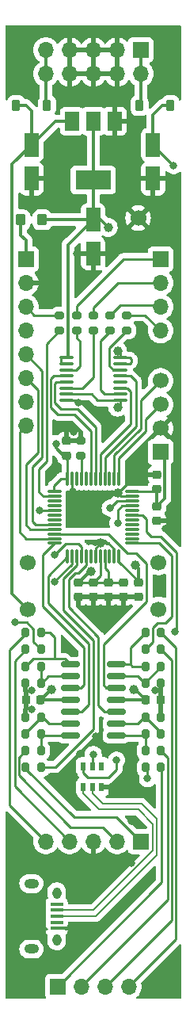
<source format=gbr>
%TF.GenerationSoftware,KiCad,Pcbnew,7.0.8*%
%TF.CreationDate,2023-10-17T17:14:39+01:00*%
%TF.ProjectId,QuadEnv_Components_3,51756164-456e-4765-9f43-6f6d706f6e65,rev?*%
%TF.SameCoordinates,Original*%
%TF.FileFunction,Copper,L1,Top*%
%TF.FilePolarity,Positive*%
%FSLAX46Y46*%
G04 Gerber Fmt 4.6, Leading zero omitted, Abs format (unit mm)*
G04 Created by KiCad (PCBNEW 7.0.8) date 2023-10-17 17:14:39*
%MOMM*%
%LPD*%
G01*
G04 APERTURE LIST*
G04 Aperture macros list*
%AMRoundRect*
0 Rectangle with rounded corners*
0 $1 Rounding radius*
0 $2 $3 $4 $5 $6 $7 $8 $9 X,Y pos of 4 corners*
0 Add a 4 corners polygon primitive as box body*
4,1,4,$2,$3,$4,$5,$6,$7,$8,$9,$2,$3,0*
0 Add four circle primitives for the rounded corners*
1,1,$1+$1,$2,$3*
1,1,$1+$1,$4,$5*
1,1,$1+$1,$6,$7*
1,1,$1+$1,$8,$9*
0 Add four rect primitives between the rounded corners*
20,1,$1+$1,$2,$3,$4,$5,0*
20,1,$1+$1,$4,$5,$6,$7,0*
20,1,$1+$1,$6,$7,$8,$9,0*
20,1,$1+$1,$8,$9,$2,$3,0*%
G04 Aperture macros list end*
%TA.AperFunction,SMDPad,CuDef*%
%ADD10RoundRect,0.200000X-0.200000X-0.275000X0.200000X-0.275000X0.200000X0.275000X-0.200000X0.275000X0*%
%TD*%
%TA.AperFunction,SMDPad,CuDef*%
%ADD11R,0.600000X0.950000*%
%TD*%
%TA.AperFunction,SMDPad,CuDef*%
%ADD12RoundRect,0.250000X-0.550000X1.050000X-0.550000X-1.050000X0.550000X-1.050000X0.550000X1.050000X0*%
%TD*%
%TA.AperFunction,SMDPad,CuDef*%
%ADD13RoundRect,0.250000X0.550000X-1.050000X0.550000X1.050000X-0.550000X1.050000X-0.550000X-1.050000X0*%
%TD*%
%TA.AperFunction,SMDPad,CuDef*%
%ADD14RoundRect,0.200000X0.275000X-0.200000X0.275000X0.200000X-0.275000X0.200000X-0.275000X-0.200000X0*%
%TD*%
%TA.AperFunction,SMDPad,CuDef*%
%ADD15RoundRect,0.225000X0.250000X-0.225000X0.250000X0.225000X-0.250000X0.225000X-0.250000X-0.225000X0*%
%TD*%
%TA.AperFunction,SMDPad,CuDef*%
%ADD16RoundRect,0.225000X-0.250000X0.225000X-0.250000X-0.225000X0.250000X-0.225000X0.250000X0.225000X0*%
%TD*%
%TA.AperFunction,SMDPad,CuDef*%
%ADD17RoundRect,0.150000X-0.825000X-0.150000X0.825000X-0.150000X0.825000X0.150000X-0.825000X0.150000X0*%
%TD*%
%TA.AperFunction,SMDPad,CuDef*%
%ADD18RoundRect,0.200000X0.200000X0.275000X-0.200000X0.275000X-0.200000X-0.275000X0.200000X-0.275000X0*%
%TD*%
%TA.AperFunction,ComponentPad*%
%ADD19C,1.700000*%
%TD*%
%TA.AperFunction,SMDPad,CuDef*%
%ADD20RoundRect,0.250000X0.275000X0.350000X-0.275000X0.350000X-0.275000X-0.350000X0.275000X-0.350000X0*%
%TD*%
%TA.AperFunction,SMDPad,CuDef*%
%ADD21RoundRect,0.200000X-0.275000X0.200000X-0.275000X-0.200000X0.275000X-0.200000X0.275000X0.200000X0*%
%TD*%
%TA.AperFunction,SMDPad,CuDef*%
%ADD22RoundRect,0.225000X-0.225000X-0.375000X0.225000X-0.375000X0.225000X0.375000X-0.225000X0.375000X0*%
%TD*%
%TA.AperFunction,SMDPad,CuDef*%
%ADD23R,1.500000X2.000000*%
%TD*%
%TA.AperFunction,SMDPad,CuDef*%
%ADD24R,3.800000X2.000000*%
%TD*%
%TA.AperFunction,ComponentPad*%
%ADD25R,1.700000X1.700000*%
%TD*%
%TA.AperFunction,ComponentPad*%
%ADD26O,1.700000X1.700000*%
%TD*%
%TA.AperFunction,ComponentPad*%
%ADD27O,0.950000X1.250000*%
%TD*%
%TA.AperFunction,ComponentPad*%
%ADD28O,1.550000X1.000000*%
%TD*%
%TA.AperFunction,SMDPad,CuDef*%
%ADD29R,1.350000X0.400000*%
%TD*%
%TA.AperFunction,SMDPad,CuDef*%
%ADD30RoundRect,0.225000X-0.225000X-0.250000X0.225000X-0.250000X0.225000X0.250000X-0.225000X0.250000X0*%
%TD*%
%TA.AperFunction,SMDPad,CuDef*%
%ADD31RoundRect,0.100000X-0.637500X-0.100000X0.637500X-0.100000X0.637500X0.100000X-0.637500X0.100000X0*%
%TD*%
%TA.AperFunction,SMDPad,CuDef*%
%ADD32RoundRect,0.075000X-0.662500X-0.075000X0.662500X-0.075000X0.662500X0.075000X-0.662500X0.075000X0*%
%TD*%
%TA.AperFunction,SMDPad,CuDef*%
%ADD33RoundRect,0.075000X-0.075000X-0.662500X0.075000X-0.662500X0.075000X0.662500X-0.075000X0.662500X0*%
%TD*%
%TA.AperFunction,SMDPad,CuDef*%
%ADD34RoundRect,0.225000X0.225000X0.250000X-0.225000X0.250000X-0.225000X-0.250000X0.225000X-0.250000X0*%
%TD*%
%TA.AperFunction,ViaPad*%
%ADD35C,0.800000*%
%TD*%
%TA.AperFunction,ViaPad*%
%ADD36C,1.000000*%
%TD*%
%TA.AperFunction,Conductor*%
%ADD37C,0.250000*%
%TD*%
%TA.AperFunction,Conductor*%
%ADD38C,0.350000*%
%TD*%
%TA.AperFunction,Conductor*%
%ADD39C,0.200000*%
%TD*%
G04 APERTURE END LIST*
D10*
%TO.P,R22,1*%
%TO.N,Net-(R15-Pad1)*%
X64975000Y-127500000D03*
%TO.P,R22,2*%
%TO.N,/Env3_Out*%
X66625000Y-127500000D03*
%TD*%
D11*
%TO.P,U5,1,VBUS*%
%TO.N,unconnected-(U5-VBUS-Pad1)*%
X60250000Y-129175000D03*
%TO.P,U5,2,D1_OUT*%
%TO.N,/USB_DP*%
X59300000Y-129175000D03*
%TO.P,U5,3,D2_OUT*%
%TO.N,/USB_DM*%
X58350000Y-129175000D03*
%TO.P,U5,4,D2_IN*%
%TO.N,/D-*%
X58350000Y-131425000D03*
%TO.P,U5,5,D1_IN*%
%TO.N,/D+*%
X59300000Y-131425000D03*
%TO.P,U5,6,GND*%
%TO.N,GND*%
X60250000Y-131425000D03*
%TD*%
D12*
%TO.P,C4,1*%
%TO.N,+12V*%
X52800000Y-62800000D03*
%TO.P,C4,2*%
%TO.N,GND*%
X52800000Y-66400000D03*
%TD*%
D13*
%TO.P,C5,1*%
%TO.N,GND*%
X65800000Y-66400000D03*
%TO.P,C5,2*%
%TO.N,-12V*%
X65800000Y-62800000D03*
%TD*%
D14*
%TO.P,R3,1*%
%TO.N,Net-(U3-D)*%
X63000000Y-82625000D03*
%TO.P,R3,2*%
%TO.N,/Gate4_In*%
X63000000Y-80975000D03*
%TD*%
D15*
%TO.P,C11,1*%
%TO.N,GND*%
X57800000Y-111075000D03*
%TO.P,C11,2*%
%TO.N,+3.3VA*%
X57800000Y-109525000D03*
%TD*%
D10*
%TO.P,R16,1*%
%TO.N,Net-(R16-Pad1)*%
X64975000Y-118500000D03*
%TO.P,R16,2*%
%TO.N,Net-(U4D--)*%
X66625000Y-118500000D03*
%TD*%
D16*
%TO.P,C7,1*%
%TO.N,+3.3VA*%
X61000000Y-109525000D03*
%TO.P,C7,2*%
%TO.N,GND*%
X61000000Y-111075000D03*
%TD*%
D17*
%TO.P,U4,1*%
%TO.N,Net-(R13-Pad1)*%
X56925000Y-118290000D03*
%TO.P,U4,2,-*%
%TO.N,Net-(U4A--)*%
X56925000Y-119560000D03*
%TO.P,U4,3,+*%
%TO.N,/Env1_DAC*%
X56925000Y-120830000D03*
%TO.P,U4,4,V+*%
%TO.N,+12V*%
X56925000Y-122100000D03*
%TO.P,U4,5,+*%
%TO.N,/Env2_DAC*%
X56925000Y-123370000D03*
%TO.P,U4,6,-*%
%TO.N,Net-(U4B--)*%
X56925000Y-124640000D03*
%TO.P,U4,7*%
%TO.N,Net-(R14-Pad1)*%
X56925000Y-125910000D03*
%TO.P,U4,8*%
%TO.N,Net-(R15-Pad1)*%
X61875000Y-125910000D03*
%TO.P,U4,9,-*%
%TO.N,Net-(U4C--)*%
X61875000Y-124640000D03*
%TO.P,U4,10,+*%
%TO.N,/Env3_DAC*%
X61875000Y-123370000D03*
%TO.P,U4,11,V-*%
%TO.N,-12V*%
X61875000Y-122100000D03*
%TO.P,U4,12,+*%
%TO.N,/Env4_DAC*%
X61875000Y-120830000D03*
%TO.P,U4,13,-*%
%TO.N,Net-(U4D--)*%
X61875000Y-119560000D03*
%TO.P,U4,14*%
%TO.N,Net-(R16-Pad1)*%
X61875000Y-118290000D03*
%TD*%
D14*
%TO.P,R4,1*%
%TO.N,Net-(U3-C)*%
X61200000Y-82625000D03*
%TO.P,R4,2*%
%TO.N,/Gate3_In*%
X61200000Y-80975000D03*
%TD*%
D18*
%TO.P,R9,1*%
%TO.N,Net-(U4A--)*%
X53825000Y-120300000D03*
%TO.P,R9,2*%
%TO.N,GND*%
X52175000Y-120300000D03*
%TD*%
D19*
%TO.P,TP5,1,1*%
%TO.N,GND*%
X52400000Y-107400000D03*
%TD*%
D20*
%TO.P,L1,1*%
%TO.N,+3.3V*%
X53950000Y-70800000D03*
%TO.P,L1,2*%
%TO.N,+3.3VA*%
X51650000Y-70800000D03*
%TD*%
D12*
%TO.P,C8,1*%
%TO.N,+3.3V*%
X59400000Y-70800000D03*
%TO.P,C8,2*%
%TO.N,GND*%
X59400000Y-74400000D03*
%TD*%
D18*
%TO.P,R17,1*%
%TO.N,/LED1*%
X53825000Y-116700000D03*
%TO.P,R17,2*%
%TO.N,/Led1_Out*%
X52175000Y-116700000D03*
%TD*%
D21*
%TO.P,R5,1*%
%TO.N,GND*%
X58100000Y-94375000D03*
%TO.P,R5,2*%
%TO.N,/BOOT0*%
X58100000Y-96025000D03*
%TD*%
D15*
%TO.P,C3,1*%
%TO.N,+3.3V*%
X66200000Y-99575000D03*
%TO.P,C3,2*%
%TO.N,GND*%
X66200000Y-98025000D03*
%TD*%
D10*
%TO.P,R24,1*%
%TO.N,Net-(R16-Pad1)*%
X64975000Y-114900000D03*
%TO.P,R24,2*%
%TO.N,/Env4_Out*%
X66625000Y-114900000D03*
%TD*%
%TO.P,R11,1*%
%TO.N,Net-(U4C--)*%
X64975000Y-123900000D03*
%TO.P,R11,2*%
%TO.N,GND*%
X66625000Y-123900000D03*
%TD*%
D15*
%TO.P,C12,1*%
%TO.N,GND*%
X59400000Y-111075000D03*
%TO.P,C12,2*%
%TO.N,+3.3VA*%
X59400000Y-109525000D03*
%TD*%
D22*
%TO.P,D1,1,K*%
%TO.N,+12V*%
X51150000Y-58600000D03*
%TO.P,D1,2,A*%
%TO.N,/+12V_IN*%
X54450000Y-58600000D03*
%TD*%
D10*
%TO.P,R12,1*%
%TO.N,Net-(U4D--)*%
X64975000Y-120300000D03*
%TO.P,R12,2*%
%TO.N,GND*%
X66625000Y-120300000D03*
%TD*%
D22*
%TO.P,D2,1,K*%
%TO.N,/-12V_IN*%
X64350000Y-58600000D03*
%TO.P,D2,2,A*%
%TO.N,-12V*%
X67650000Y-58600000D03*
%TD*%
D21*
%TO.P,R6,1*%
%TO.N,/Mode_Led*%
X55800000Y-80975000D03*
%TO.P,R6,2*%
%TO.N,Net-(U1-PC13)*%
X55800000Y-82625000D03*
%TD*%
D19*
%TO.P,TP3,1,1*%
%TO.N,+12V*%
X52400000Y-112400000D03*
%TD*%
D18*
%TO.P,R10,1*%
%TO.N,Net-(U4B--)*%
X53825000Y-123900000D03*
%TO.P,R10,2*%
%TO.N,GND*%
X52175000Y-123900000D03*
%TD*%
D23*
%TO.P,U2,1,GND*%
%TO.N,GND*%
X61700000Y-60250000D03*
%TO.P,U2,2,VO*%
%TO.N,+3.3V*%
X59400000Y-60250000D03*
D24*
X59400000Y-66550000D03*
D23*
%TO.P,U2,3,VI*%
%TO.N,+12V*%
X57100000Y-60250000D03*
%TD*%
D18*
%TO.P,R18,1*%
%TO.N,Net-(R13-Pad1)*%
X53825000Y-114900000D03*
%TO.P,R18,2*%
%TO.N,/Env1_Out*%
X52175000Y-114900000D03*
%TD*%
D25*
%TO.P,J6,1,Pin_1*%
%TO.N,/-12V_IN*%
X64480000Y-52660000D03*
D26*
%TO.P,J6,2,Pin_2*%
X64480000Y-55200000D03*
%TO.P,J6,3,Pin_3*%
%TO.N,GND*%
X61940000Y-52660000D03*
%TO.P,J6,4,Pin_4*%
X61940000Y-55200000D03*
%TO.P,J6,5,Pin_5*%
X59400000Y-52660000D03*
%TO.P,J6,6,Pin_6*%
X59400000Y-55200000D03*
%TO.P,J6,7,Pin_7*%
X56860000Y-52660000D03*
%TO.P,J6,8,Pin_8*%
X56860000Y-55200000D03*
%TO.P,J6,9,Pin_9*%
%TO.N,/+12V_IN*%
X54320000Y-52660000D03*
%TO.P,J6,10,Pin_10*%
X54320000Y-55200000D03*
%TD*%
D16*
%TO.P,C1,1*%
%TO.N,+3.3V*%
X66200000Y-101425000D03*
%TO.P,C1,2*%
%TO.N,GND*%
X66200000Y-102975000D03*
%TD*%
D21*
%TO.P,R1,1*%
%TO.N,/Gate1_In*%
X57600000Y-80975000D03*
%TO.P,R1,2*%
%TO.N,Net-(U3-A)*%
X57600000Y-82625000D03*
%TD*%
D27*
%TO.P,J7,*%
%TO.N,*%
X55485000Y-142700000D03*
X55485000Y-147700000D03*
D28*
X52785000Y-148700000D03*
D29*
%TO.P,J7,1,VBUS*%
%TO.N,unconnected-(J7-VBUS-Pad1)*%
X55485000Y-143900000D03*
%TO.P,J7,2,D-*%
%TO.N,/D-*%
X55485000Y-144550000D03*
%TO.P,J7,3,D+*%
%TO.N,/D+*%
X55485000Y-145200000D03*
%TO.P,J7,4,ID*%
%TO.N,unconnected-(J7-ID-Pad4)*%
X55485000Y-145850000D03*
%TO.P,J7,5,GND*%
%TO.N,GND*%
X55485000Y-146500000D03*
D28*
%TO.P,J7,6,Shield*%
%TO.N,unconnected-(J7-Shield-Pad6)*%
X52785000Y-141700000D03*
%TD*%
D30*
%TO.P,C9,1*%
%TO.N,GND*%
X52225000Y-122100000D03*
%TO.P,C9,2*%
%TO.N,+12V*%
X53775000Y-122100000D03*
%TD*%
D15*
%TO.P,C6,1*%
%TO.N,+3.3V*%
X56500000Y-95975000D03*
%TO.P,C6,2*%
%TO.N,GND*%
X56500000Y-94425000D03*
%TD*%
D31*
%TO.P,U3,1,Vcc*%
%TO.N,+3.3V*%
X56537500Y-85525000D03*
%TO.P,U3,2,EN_A*%
X56537500Y-86175000D03*
%TO.P,U3,3,A*%
%TO.N,Net-(U3-A)*%
X56537500Y-86825000D03*
%TO.P,U3,4,E*%
%TO.N,/Gate1*%
X56537500Y-87475000D03*
%TO.P,U3,5,F*%
%TO.N,/Gate2*%
X56537500Y-88125000D03*
%TO.P,U3,6,B*%
%TO.N,Net-(U3-B)*%
X56537500Y-88775000D03*
%TO.P,U3,7,EN_B*%
%TO.N,+3.3V*%
X56537500Y-89425000D03*
%TO.P,U3,8,Vss*%
%TO.N,GND*%
X56537500Y-90075000D03*
%TO.P,U3,9,EN_C*%
%TO.N,+3.3V*%
X62262500Y-90075000D03*
%TO.P,U3,10,C*%
%TO.N,Net-(U3-C)*%
X62262500Y-89425000D03*
%TO.P,U3,11,G*%
%TO.N,/Gate3*%
X62262500Y-88775000D03*
%TO.P,U3,12,NC*%
%TO.N,unconnected-(U3-NC-Pad12)*%
X62262500Y-88125000D03*
%TO.P,U3,13,H*%
%TO.N,/Gate4*%
X62262500Y-87475000D03*
%TO.P,U3,14,D*%
%TO.N,Net-(U3-D)*%
X62262500Y-86825000D03*
%TO.P,U3,15,EN_D*%
%TO.N,+3.3V*%
X62262500Y-86175000D03*
%TO.P,U3,16,Vdd*%
X62262500Y-85525000D03*
%TD*%
D10*
%TO.P,R13,1*%
%TO.N,Net-(R13-Pad1)*%
X52175000Y-118500000D03*
%TO.P,R13,2*%
%TO.N,Net-(U4A--)*%
X53825000Y-118500000D03*
%TD*%
D16*
%TO.P,C2,1*%
%TO.N,+3.3V*%
X64200000Y-109525000D03*
%TO.P,C2,2*%
%TO.N,GND*%
X64200000Y-111075000D03*
%TD*%
D18*
%TO.P,R14,1*%
%TO.N,Net-(R14-Pad1)*%
X53825000Y-125700000D03*
%TO.P,R14,2*%
%TO.N,Net-(U4B--)*%
X52175000Y-125700000D03*
%TD*%
%TO.P,R19,1*%
%TO.N,/LED2*%
X53825000Y-129300000D03*
%TO.P,R19,2*%
%TO.N,/Led2_Out*%
X52175000Y-129300000D03*
%TD*%
D25*
%TO.P,J5,1,Pin_1*%
%TO.N,+3.3V*%
X66600000Y-95610000D03*
D19*
%TO.P,J5,2,Pin_2*%
%TO.N,GND*%
X66600000Y-93070000D03*
%TO.P,J5,3,Pin_3*%
%TO.N,/SWIO*%
X66600000Y-90530000D03*
%TO.P,J5,4,Pin_4*%
%TO.N,/SWCLK*%
X66600000Y-87990000D03*
%TD*%
D32*
%TO.P,U1,1,VBAT*%
%TO.N,+3.3V*%
X55237500Y-99850000D03*
%TO.P,U1,2,PC13*%
%TO.N,Net-(U1-PC13)*%
X55237500Y-100350000D03*
%TO.P,U1,3,PC14-OSC32_IN*%
%TO.N,unconnected-(U1-PC14-OSC32_IN-Pad3)*%
X55237500Y-100850000D03*
%TO.P,U1,4,PC15-OSC32_OUT*%
%TO.N,unconnected-(U1-PC15-OSC32_OUT-Pad4)*%
X55237500Y-101350000D03*
%TO.P,U1,5,PF0-OSC_IN*%
%TO.N,/Mode_Btn*%
X55237500Y-101850000D03*
%TO.P,U1,6,PF1-OSC_OUT*%
%TO.N,unconnected-(U1-PF1-OSC_OUT-Pad6)*%
X55237500Y-102350000D03*
%TO.P,U1,7,PG10-NRST*%
%TO.N,unconnected-(U1-PG10-NRST-Pad7)*%
X55237500Y-102850000D03*
%TO.P,U1,8,PA0*%
%TO.N,/Attack_Pot*%
X55237500Y-103350000D03*
%TO.P,U1,9,PA1*%
%TO.N,/Decay_Pot*%
X55237500Y-103850000D03*
%TO.P,U1,10,PA2*%
%TO.N,/Env4_DAC*%
X55237500Y-104350000D03*
%TO.P,U1,11,PA3*%
%TO.N,/Release_Pot*%
X55237500Y-104850000D03*
%TO.P,U1,12,PA4*%
%TO.N,/Env1_DAC*%
X55237500Y-105350000D03*
D33*
%TO.P,U1,13,PA5*%
%TO.N,/Env2_DAC*%
X56650000Y-106762500D03*
%TO.P,U1,14,PA6*%
%TO.N,/LED1*%
X57150000Y-106762500D03*
%TO.P,U1,15,PA7*%
%TO.N,/LED2*%
X57650000Y-106762500D03*
%TO.P,U1,16,PB0*%
%TO.N,/Sustain_Pot*%
X58150000Y-106762500D03*
%TO.P,U1,17,PB1*%
%TO.N,/Env3_DAC*%
X58650000Y-106762500D03*
%TO.P,U1,18,PB2*%
%TO.N,unconnected-(U1-PB2-Pad18)*%
X59150000Y-106762500D03*
%TO.P,U1,19,VSSA*%
%TO.N,GND*%
X59650000Y-106762500D03*
%TO.P,U1,20,VREF+*%
%TO.N,+3.3VA*%
X60150000Y-106762500D03*
%TO.P,U1,21,VDDA*%
X60650000Y-106762500D03*
%TO.P,U1,22,PB10*%
%TO.N,unconnected-(U1-PB10-Pad22)*%
X61150000Y-106762500D03*
%TO.P,U1,23,VSS*%
%TO.N,GND*%
X61650000Y-106762500D03*
%TO.P,U1,24,VDD*%
%TO.N,+3.3V*%
X62150000Y-106762500D03*
D32*
%TO.P,U1,25,PB11*%
%TO.N,/LED4*%
X63562500Y-105350000D03*
%TO.P,U1,26,PB12*%
%TO.N,unconnected-(U1-PB12-Pad26)*%
X63562500Y-104850000D03*
%TO.P,U1,27,PB13*%
%TO.N,unconnected-(U1-PB13-Pad27)*%
X63562500Y-104350000D03*
%TO.P,U1,28,PB14*%
%TO.N,unconnected-(U1-PB14-Pad28)*%
X63562500Y-103850000D03*
%TO.P,U1,29,PB15*%
%TO.N,unconnected-(U1-PB15-Pad29)*%
X63562500Y-103350000D03*
%TO.P,U1,30,PA8*%
%TO.N,unconnected-(U1-PA8-Pad30)*%
X63562500Y-102850000D03*
%TO.P,U1,31,PA9*%
%TO.N,/LED3*%
X63562500Y-102350000D03*
%TO.P,U1,32,PA10*%
%TO.N,unconnected-(U1-PA10-Pad32)*%
X63562500Y-101850000D03*
%TO.P,U1,33,PA11*%
%TO.N,/USB_DM*%
X63562500Y-101350000D03*
%TO.P,U1,34,PA12*%
%TO.N,/USB_DP*%
X63562500Y-100850000D03*
%TO.P,U1,35,VSS*%
%TO.N,GND*%
X63562500Y-100350000D03*
%TO.P,U1,36,VDD*%
%TO.N,+3.3V*%
X63562500Y-99850000D03*
D33*
%TO.P,U1,37,PA13*%
%TO.N,/SWIO*%
X62150000Y-98437500D03*
%TO.P,U1,38,PA14*%
%TO.N,/SWCLK*%
X61650000Y-98437500D03*
%TO.P,U1,39,PA15*%
%TO.N,unconnected-(U1-PA15-Pad39)*%
X61150000Y-98437500D03*
%TO.P,U1,40,PB3*%
%TO.N,/Gate4*%
X60650000Y-98437500D03*
%TO.P,U1,41,PB4*%
%TO.N,/Gate3*%
X60150000Y-98437500D03*
%TO.P,U1,42,PB5*%
%TO.N,/Gate2*%
X59650000Y-98437500D03*
%TO.P,U1,43,PB6*%
%TO.N,/Gate1*%
X59150000Y-98437500D03*
%TO.P,U1,44,PB7*%
%TO.N,unconnected-(U1-PB7-Pad44)*%
X58650000Y-98437500D03*
%TO.P,U1,45,PB8-BOOT0*%
%TO.N,/BOOT0*%
X58150000Y-98437500D03*
%TO.P,U1,46,PB9*%
%TO.N,unconnected-(U1-PB9-Pad46)*%
X57650000Y-98437500D03*
%TO.P,U1,47,VSS*%
%TO.N,GND*%
X57150000Y-98437500D03*
%TO.P,U1,48,VDD*%
%TO.N,+3.3V*%
X56650000Y-98437500D03*
%TD*%
D19*
%TO.P,TP2,1,1*%
%TO.N,+3.3V*%
X66400000Y-107400000D03*
%TD*%
D21*
%TO.P,R2,1*%
%TO.N,/Gate2_In*%
X59400000Y-80975000D03*
%TO.P,R2,2*%
%TO.N,Net-(U3-B)*%
X59400000Y-82625000D03*
%TD*%
D10*
%TO.P,R23,1*%
%TO.N,/LED4*%
X64975000Y-116700000D03*
%TO.P,R23,2*%
%TO.N,/Led4_Out*%
X66625000Y-116700000D03*
%TD*%
D18*
%TO.P,R20,1*%
%TO.N,Net-(R14-Pad1)*%
X53825000Y-127500000D03*
%TO.P,R20,2*%
%TO.N,/Env2_Out*%
X52175000Y-127500000D03*
%TD*%
D10*
%TO.P,R21,1*%
%TO.N,/LED3*%
X64975000Y-129300000D03*
%TO.P,R21,2*%
%TO.N,/Led3_Out*%
X66625000Y-129300000D03*
%TD*%
D19*
%TO.P,TP1,1,1*%
%TO.N,GND*%
X64200000Y-70600000D03*
%TD*%
D34*
%TO.P,C10,1*%
%TO.N,GND*%
X66575000Y-122100000D03*
%TO.P,C10,2*%
%TO.N,-12V*%
X65025000Y-122100000D03*
%TD*%
D19*
%TO.P,TP4,1,1*%
%TO.N,-12V*%
X66400000Y-112400000D03*
%TD*%
D15*
%TO.P,C13,1*%
%TO.N,GND*%
X62600000Y-111075000D03*
%TO.P,C13,2*%
%TO.N,+3.3VA*%
X62600000Y-109525000D03*
%TD*%
D10*
%TO.P,R15,1*%
%TO.N,Net-(R15-Pad1)*%
X64975000Y-125700000D03*
%TO.P,R15,2*%
%TO.N,Net-(U4C--)*%
X66625000Y-125700000D03*
%TD*%
D25*
%TO.P,J1,1,Pin_1*%
%TO.N,+3.3VA*%
X52200000Y-75000000D03*
D26*
%TO.P,J1,2,Pin_2*%
%TO.N,GND*%
X52200000Y-77540000D03*
%TO.P,J1,3,Pin_3*%
%TO.N,/Mode_Led*%
X52200000Y-80080000D03*
%TO.P,J1,4,Pin_4*%
%TO.N,/Mode_Btn*%
X52200000Y-82620000D03*
%TO.P,J1,5,Pin_5*%
%TO.N,/Attack_Pot*%
X52200000Y-85160000D03*
%TO.P,J1,6,Pin_6*%
%TO.N,/Decay_Pot*%
X52200000Y-87700000D03*
%TO.P,J1,7,Pin_7*%
%TO.N,/Sustain_Pot*%
X52200000Y-90240000D03*
%TO.P,J1,8,Pin_8*%
%TO.N,/Release_Pot*%
X52200000Y-92780000D03*
%TD*%
D25*
%TO.P,J4,1,Pin_1*%
%TO.N,/Led3_Out*%
X55600000Y-152700000D03*
D26*
%TO.P,J4,2,Pin_2*%
%TO.N,/Env3_Out*%
X58140000Y-152700000D03*
%TO.P,J4,3,Pin_3*%
%TO.N,/Led4_Out*%
X60680000Y-152700000D03*
%TO.P,J4,4,Pin_4*%
%TO.N,/Env4_Out*%
X63220000Y-152700000D03*
%TD*%
D25*
%TO.P,J2,1,Pin_1*%
%TO.N,/Gate1_In*%
X66600000Y-75000000D03*
D26*
%TO.P,J2,2,Pin_2*%
%TO.N,/Gate2_In*%
X66600000Y-77540000D03*
%TO.P,J2,3,Pin_3*%
%TO.N,/Gate3_In*%
X66600000Y-80080000D03*
%TO.P,J2,4,Pin_4*%
%TO.N,/Gate4_In*%
X66600000Y-82620000D03*
%TD*%
D25*
%TO.P,J3,1,Pin_1*%
%TO.N,/Led2_Out*%
X64480000Y-137200000D03*
D26*
%TO.P,J3,2,Pin_2*%
%TO.N,/Env2_Out*%
X61940000Y-137200000D03*
%TO.P,J3,3,Pin_3*%
%TO.N,GND*%
X59400000Y-137200000D03*
%TO.P,J3,4,Pin_4*%
%TO.N,/Led1_Out*%
X56860000Y-137200000D03*
%TO.P,J3,5,Pin_5*%
%TO.N,/Env1_Out*%
X54320000Y-137200000D03*
%TD*%
D35*
%TO.N,GND*%
X55400000Y-97300000D03*
X66300000Y-109400000D03*
X57300000Y-143100000D03*
X61400000Y-131400000D03*
X65700000Y-132700000D03*
X58000000Y-127800000D03*
X57100000Y-130300000D03*
X55100000Y-130600000D03*
X58100000Y-133400000D03*
%TO.N,/LED1*%
X51000000Y-113800000D03*
D36*
%TO.N,+3.3V*%
X63900000Y-107700000D03*
X62000000Y-84800000D03*
X62000000Y-90800000D03*
X61000000Y-71600000D03*
D35*
X55400000Y-94700000D03*
%TO.N,GND*%
X60200000Y-103000000D03*
X59400000Y-76600000D03*
X66000000Y-121070000D03*
X58634972Y-112373270D03*
X54000000Y-146500000D03*
D36*
X60200000Y-105325500D03*
D35*
X63600000Y-60400000D03*
X57200000Y-139400000D03*
X57600000Y-103200000D03*
X56800000Y-116800000D03*
X67100000Y-103800000D03*
X52800000Y-121070000D03*
X54800000Y-66400000D03*
X56400000Y-72000000D03*
X55000000Y-77000000D03*
X57100000Y-146600000D03*
X63400000Y-127200000D03*
X63445024Y-139545024D03*
D36*
X62000000Y-100000000D03*
D35*
X63500000Y-135000000D03*
X57200000Y-99800000D03*
X51300000Y-151100000D03*
X60800000Y-93200000D03*
X59700000Y-126000000D03*
X57600000Y-74400000D03*
X64750000Y-86650000D03*
X61600000Y-62400000D03*
X58000000Y-68600000D03*
X52800000Y-68800000D03*
X52800000Y-123070000D03*
X63900000Y-130900000D03*
X55600000Y-127400000D03*
X51300000Y-136100000D03*
X64000000Y-66400000D03*
X57836413Y-90287948D03*
X57299992Y-93500000D03*
X66900000Y-152400000D03*
X55400000Y-62200000D03*
X65000000Y-98000000D03*
X61200000Y-68800000D03*
D36*
%TO.N,+12V*%
X54887500Y-120957500D03*
%TO.N,-12V*%
X63700000Y-120970000D03*
D35*
X68000000Y-65000000D03*
%TO.N,/Mode_Btn*%
X53700000Y-101800000D03*
%TO.N,/Sustain_Pot*%
X55295343Y-106595343D03*
%TO.N,/LED1*%
X55300000Y-109500006D03*
%TO.N,/USB_DM*%
X62000000Y-103200000D03*
X61900000Y-128500000D03*
%TO.N,/USB_DP*%
X59400000Y-127900000D03*
X61200000Y-101600000D03*
%TO.N,/LED3*%
X65200000Y-130500000D03*
X68100000Y-114800000D03*
D36*
%TO.N,+3.3VA*%
X59200000Y-108400000D03*
%TD*%
D37*
%TO.N,/LED2*%
X59400000Y-115700000D02*
X59400000Y-125200000D01*
X55330000Y-129270000D02*
X53825000Y-129270000D01*
X56200000Y-112500000D02*
X59400000Y-115700000D01*
X56200000Y-109152082D02*
X56200000Y-112500000D01*
X59400000Y-125200000D02*
X55330000Y-129270000D01*
X57650000Y-107702082D02*
X56200000Y-109152082D01*
X57650000Y-106762500D02*
X57650000Y-107702082D01*
%TO.N,/LED4*%
X66450000Y-105350000D02*
X63562500Y-105350000D01*
X67800000Y-113200000D02*
X67800000Y-106700000D01*
X67100000Y-113900000D02*
X67800000Y-113200000D01*
X66300000Y-113900000D02*
X67100000Y-113900000D01*
X65800000Y-114400000D02*
X66300000Y-113900000D01*
X65800000Y-115875000D02*
X65800000Y-114400000D01*
X67800000Y-106700000D02*
X66450000Y-105350000D01*
X64975000Y-116700000D02*
X65800000Y-115875000D01*
%TO.N,/LED3*%
X66586091Y-104613909D02*
X68300000Y-106327818D01*
X68300000Y-114600000D02*
X68100000Y-114800000D01*
X65613909Y-104613909D02*
X66586091Y-104613909D01*
X68300000Y-106327818D02*
X68300000Y-114600000D01*
X65100000Y-102800000D02*
X65100000Y-104100000D01*
X65100000Y-104100000D02*
X65613909Y-104613909D01*
X64650000Y-102350000D02*
X65100000Y-102800000D01*
X63562500Y-102350000D02*
X64650000Y-102350000D01*
%TO.N,/Led2_Out*%
X61880000Y-134600000D02*
X64480000Y-137200000D01*
X52175000Y-129425000D02*
X57350000Y-134600000D01*
X57350000Y-134600000D02*
X61880000Y-134600000D01*
X52175000Y-129270000D02*
X52175000Y-129425000D01*
%TO.N,/Env3_DAC*%
X60640000Y-123340000D02*
X61875000Y-123340000D01*
X59950000Y-122650000D02*
X60640000Y-123340000D01*
X56800000Y-109188478D02*
X56800000Y-112200000D01*
X57488478Y-108500000D02*
X56800000Y-109188478D01*
X59950000Y-115350000D02*
X59950000Y-122650000D01*
X57800000Y-108500000D02*
X57488478Y-108500000D01*
X58650000Y-107650000D02*
X57800000Y-108500000D01*
X56800000Y-112200000D02*
X59950000Y-115350000D01*
X58650000Y-106762500D02*
X58650000Y-107650000D01*
%TO.N,/LED1*%
X55300000Y-109415686D02*
X55300000Y-109500006D01*
X57150000Y-107565686D02*
X55300000Y-109415686D01*
X57150000Y-106762500D02*
X57150000Y-107565686D01*
%TO.N,/Env2_Out*%
X57000000Y-135700000D02*
X60440000Y-135700000D01*
X51450000Y-128225000D02*
X51450000Y-130150000D01*
X60440000Y-135700000D02*
X61940000Y-137200000D01*
X52175000Y-127500000D02*
X51450000Y-128225000D01*
X51450000Y-130150000D02*
X57000000Y-135700000D01*
%TO.N,+3.3VA*%
X60650000Y-106762500D02*
X60650000Y-108050000D01*
X60650000Y-108050000D02*
X61000000Y-108400000D01*
X61000000Y-108400000D02*
X61000000Y-109525000D01*
D38*
X59000000Y-108400000D02*
X57875000Y-109525000D01*
X57875000Y-109525000D02*
X57800000Y-109525000D01*
X59200000Y-108400000D02*
X59000000Y-108400000D01*
D37*
X57800000Y-109525000D02*
X59400000Y-109525000D01*
X60150000Y-106762500D02*
X60150000Y-108775000D01*
X60150000Y-108775000D02*
X59400000Y-109525000D01*
X59400000Y-109525000D02*
X62600000Y-109525000D01*
%TO.N,+3.3V*%
X64200000Y-109400000D02*
X64200000Y-109525000D01*
X62150000Y-107350000D02*
X64200000Y-109400000D01*
D38*
X64200000Y-108000000D02*
X63900000Y-107700000D01*
D37*
X62150000Y-106762500D02*
X62150000Y-107350000D01*
D38*
X64200000Y-109525000D02*
X64200000Y-108000000D01*
D37*
%TO.N,/Env1_Out*%
X50450000Y-116750000D02*
X50450000Y-133330000D01*
X52175000Y-115025000D02*
X50450000Y-116750000D01*
X52175000Y-114900000D02*
X52175000Y-115025000D01*
X50450000Y-133330000D02*
X54320000Y-137200000D01*
%TO.N,/Led1_Out*%
X52175000Y-116725000D02*
X51000000Y-117900000D01*
X52175000Y-116700000D02*
X52175000Y-116725000D01*
X51000000Y-117900000D02*
X51000000Y-131340000D01*
X51000000Y-131340000D02*
X56860000Y-137200000D01*
%TO.N,Net-(R13-Pad1)*%
X54800000Y-114900000D02*
X55300000Y-115400000D01*
X52975000Y-117700000D02*
X55300000Y-117700000D01*
X55300000Y-115400000D02*
X55300000Y-117700000D01*
X53825000Y-114900000D02*
X54800000Y-114900000D01*
X55300000Y-117700000D02*
X56335000Y-117700000D01*
X56335000Y-117700000D02*
X56925000Y-118290000D01*
X52175000Y-118500000D02*
X52975000Y-117700000D01*
X56925000Y-118290000D02*
X56925000Y-118225000D01*
X53825000Y-115125000D02*
X53825000Y-114900000D01*
%TO.N,/LED1*%
X52292462Y-113800000D02*
X51000000Y-113800000D01*
X53000000Y-115875000D02*
X53000000Y-114507538D01*
X53000000Y-114507538D02*
X52292462Y-113800000D01*
X53825000Y-116700000D02*
X53000000Y-115875000D01*
%TO.N,+3.3V*%
X59225000Y-89425000D02*
X56537500Y-89425000D01*
D38*
X56700000Y-85362500D02*
X56537500Y-85525000D01*
X59400000Y-70800000D02*
X60200000Y-70800000D01*
D37*
X63325000Y-85525000D02*
X62262500Y-85525000D01*
D38*
X67050000Y-100575000D02*
X66200000Y-101425000D01*
D37*
X62262500Y-90537500D02*
X62000000Y-90800000D01*
X55936979Y-85999417D02*
X56112562Y-86175000D01*
D38*
X53950000Y-70800000D02*
X59400000Y-70800000D01*
X59400000Y-66550000D02*
X59400000Y-70800000D01*
X56700000Y-73500000D02*
X56700000Y-85362500D01*
D37*
X56537500Y-85525000D02*
X56512500Y-85500000D01*
X62262500Y-90075000D02*
X62262500Y-90537500D01*
X55200000Y-99812500D02*
X55200000Y-99200000D01*
X55237500Y-99850000D02*
X55200000Y-99812500D01*
X56112562Y-86175000D02*
X56537500Y-86175000D01*
X55200000Y-99200000D02*
X55962500Y-98437500D01*
D38*
X56200000Y-95975000D02*
X55400000Y-95175000D01*
D37*
X62262500Y-86175000D02*
X63325000Y-86175000D01*
X59875000Y-90075000D02*
X59225000Y-89425000D01*
X62262500Y-85525000D02*
X62262500Y-85062500D01*
X63500000Y-85700000D02*
X63325000Y-85525000D01*
X55936979Y-85626625D02*
X55936979Y-85999417D01*
X56063604Y-85500000D02*
X55936979Y-85626625D01*
X62262500Y-85062500D02*
X62000000Y-84800000D01*
X56650000Y-98437500D02*
X56650000Y-96425000D01*
X66175000Y-99850000D02*
X66225000Y-99800000D01*
D38*
X59400000Y-60250000D02*
X59400000Y-66550000D01*
X55400000Y-95175000D02*
X55400000Y-94700000D01*
D37*
X63562500Y-99850000D02*
X66175000Y-99850000D01*
X63500000Y-86000000D02*
X63500000Y-85700000D01*
D38*
X67050000Y-96060000D02*
X67050000Y-100575000D01*
X66225000Y-101400000D02*
X66225000Y-99800000D01*
X66600000Y-95610000D02*
X67050000Y-96060000D01*
D37*
X56650000Y-96425000D02*
X56200000Y-95975000D01*
X62262500Y-90075000D02*
X59875000Y-90075000D01*
X55962500Y-98437500D02*
X56650000Y-98437500D01*
D38*
X59400000Y-70800000D02*
X56700000Y-73500000D01*
X60200000Y-70800000D02*
X61000000Y-71600000D01*
D37*
X56512500Y-85500000D02*
X56063604Y-85500000D01*
X63325000Y-86175000D02*
X63500000Y-86000000D01*
%TO.N,GND*%
X56537500Y-90075000D02*
X57623465Y-90075000D01*
X57150000Y-99750000D02*
X57200000Y-99800000D01*
X59650000Y-106762500D02*
X59650000Y-105875500D01*
X64000000Y-98000000D02*
X65000000Y-98000000D01*
X57150000Y-98437500D02*
X57150000Y-99750000D01*
X61650000Y-106762500D02*
X61650000Y-105959315D01*
X61650000Y-105959315D02*
X61016185Y-105325500D01*
D38*
X57000000Y-146500000D02*
X57100000Y-146600000D01*
X55485000Y-146500000D02*
X57000000Y-146500000D01*
D37*
X62350000Y-100350000D02*
X62000000Y-100000000D01*
X57299992Y-93574992D02*
X57299992Y-93500000D01*
X63562500Y-100350000D02*
X62350000Y-100350000D01*
X62000000Y-100000000D02*
X64000000Y-98000000D01*
X57623465Y-90075000D02*
X57836413Y-90287948D01*
X61016185Y-105325500D02*
X60200000Y-105325500D01*
X59650000Y-105875500D02*
X60200000Y-105325500D01*
D38*
%TO.N,+12V*%
X55350000Y-60250000D02*
X52800000Y-62800000D01*
X53805000Y-122070000D02*
X56895000Y-122070000D01*
X56895000Y-122070000D02*
X56925000Y-122100000D01*
X52200000Y-58600000D02*
X52800000Y-59200000D01*
X52800000Y-59200000D02*
X52800000Y-62800000D01*
X50725499Y-110725499D02*
X52400000Y-112400000D01*
X57100000Y-60250000D02*
X55350000Y-60250000D01*
X51150000Y-58600000D02*
X52200000Y-58600000D01*
X50725499Y-64874501D02*
X50725499Y-110725499D01*
X53775000Y-122100000D02*
X53775000Y-122070000D01*
X52800000Y-62800000D02*
X50725499Y-64874501D01*
X53775000Y-122070000D02*
X54887500Y-120957500D01*
X53775000Y-122100000D02*
X53805000Y-122070000D01*
%TO.N,-12V*%
X64995000Y-122070000D02*
X61905000Y-122070000D01*
X67650000Y-58600000D02*
X66800000Y-58600000D01*
X61905000Y-122070000D02*
X61875000Y-122100000D01*
X65800000Y-62800000D02*
X68000000Y-65000000D01*
X65800000Y-59600000D02*
X65800000Y-62800000D01*
X65025000Y-122100000D02*
X63895000Y-120970000D01*
X66800000Y-58600000D02*
X65800000Y-59600000D01*
X65025000Y-122100000D02*
X64995000Y-122070000D01*
X63895000Y-120970000D02*
X63700000Y-120970000D01*
D37*
%TO.N,/Gate1_In*%
X57600000Y-80000000D02*
X57600000Y-80975000D01*
X62600000Y-75000000D02*
X57600000Y-80000000D01*
X66600000Y-75000000D02*
X62600000Y-75000000D01*
%TO.N,/Gate2_In*%
X59400000Y-80175000D02*
X59400000Y-80975000D01*
X66600000Y-77540000D02*
X66560000Y-77500000D01*
X66560000Y-77500000D02*
X62075000Y-77500000D01*
X62075000Y-77500000D02*
X59400000Y-80175000D01*
%TO.N,/Gate3_In*%
X66600000Y-80080000D02*
X66420000Y-79900000D01*
X66420000Y-79900000D02*
X62275000Y-79900000D01*
X62275000Y-79900000D02*
X61200000Y-80975000D01*
%TO.N,/Gate4_In*%
X66600000Y-82620000D02*
X64955000Y-80975000D01*
X64955000Y-80975000D02*
X63000000Y-80975000D01*
%TO.N,/Led3_Out*%
X66625000Y-129300000D02*
X66725000Y-129400000D01*
X66725000Y-141575000D02*
X55600000Y-152700000D01*
X66725000Y-129400000D02*
X66725000Y-141575000D01*
%TO.N,/Led4_Out*%
X60700000Y-152700000D02*
X67799501Y-145600499D01*
X67799501Y-145600499D02*
X67799501Y-117874501D01*
X60680000Y-152700000D02*
X60700000Y-152700000D01*
X67799501Y-117874501D02*
X66625000Y-116700000D01*
D38*
%TO.N,/+12V_IN*%
X54320000Y-55200000D02*
X54320000Y-58470000D01*
X54320000Y-58470000D02*
X54450000Y-58600000D01*
X54320000Y-52660000D02*
X54320000Y-55200000D01*
%TO.N,/-12V_IN*%
X64480000Y-52660000D02*
X64480000Y-55200000D01*
X64480000Y-58470000D02*
X64350000Y-58600000D01*
X64480000Y-55200000D02*
X64480000Y-58470000D01*
D37*
%TO.N,/Mode_Btn*%
X53750000Y-101850000D02*
X53700000Y-101800000D01*
X55237500Y-101850000D02*
X53750000Y-101850000D01*
%TO.N,/Env3_Out*%
X67350000Y-128225000D02*
X67350000Y-143450000D01*
X67350000Y-143450000D02*
X58140000Y-152660000D01*
X58140000Y-152660000D02*
X58140000Y-152700000D01*
X66625000Y-127500000D02*
X67350000Y-128225000D01*
%TO.N,/Env4_Out*%
X63220000Y-152680000D02*
X63220000Y-152700000D01*
X68249002Y-147650998D02*
X63220000Y-152680000D01*
X66625000Y-114900000D02*
X68249002Y-116524002D01*
X68249002Y-116524002D02*
X68249002Y-147650998D01*
%TO.N,Net-(R14-Pad1)*%
X54122500Y-125880000D02*
X53912500Y-125670000D01*
X54035000Y-125910000D02*
X53825000Y-125700000D01*
X53825000Y-125700000D02*
X53825000Y-127500000D01*
X56925000Y-125910000D02*
X54035000Y-125910000D01*
%TO.N,Net-(R15-Pad1)*%
X64975000Y-125700000D02*
X64975000Y-127500000D01*
X61905000Y-125910000D02*
X64647500Y-125910000D01*
X64647500Y-125910000D02*
X64887500Y-125670000D01*
%TO.N,Net-(R16-Pad1)*%
X63400000Y-118300000D02*
X61885000Y-118300000D01*
X61885000Y-118300000D02*
X61875000Y-118290000D01*
X63400000Y-116475000D02*
X63400000Y-118300000D01*
X63600000Y-118500000D02*
X63400000Y-118300000D01*
X64975000Y-114900000D02*
X63400000Y-116475000D01*
X64975000Y-118500000D02*
X63600000Y-118500000D01*
%TO.N,Net-(U3-A)*%
X57600000Y-82625000D02*
X57600000Y-83400000D01*
X58000000Y-83800000D02*
X58000000Y-86400000D01*
X57575000Y-86825000D02*
X56537500Y-86825000D01*
X58000000Y-86400000D02*
X57575000Y-86825000D01*
X57600000Y-83400000D02*
X58000000Y-83800000D01*
%TO.N,Net-(U3-B)*%
X56562500Y-88800000D02*
X56537500Y-88775000D01*
X59400000Y-82625000D02*
X59400000Y-87600000D01*
X58200000Y-88800000D02*
X56562500Y-88800000D01*
X59400000Y-87600000D02*
X58200000Y-88800000D01*
%TO.N,Net-(U3-D)*%
X63000000Y-82625000D02*
X61100000Y-84525000D01*
X61100000Y-86351041D02*
X61573959Y-86825000D01*
X61100000Y-84525000D02*
X61100000Y-86351041D01*
X61573959Y-86825000D02*
X62262500Y-86825000D01*
%TO.N,/Env4_DAC*%
X60500000Y-116170000D02*
X60500000Y-120500000D01*
X63090685Y-106400000D02*
X64000000Y-106400000D01*
X65100000Y-111570000D02*
X60500000Y-116170000D01*
X61040685Y-104350000D02*
X63090685Y-106400000D01*
X60500000Y-120500000D02*
X60800000Y-120800000D01*
X60800000Y-120800000D02*
X61875000Y-120800000D01*
X55237500Y-104350000D02*
X61040685Y-104350000D01*
X65100000Y-107500000D02*
X65100000Y-111570000D01*
X64000000Y-106400000D02*
X65100000Y-107500000D01*
%TO.N,/Env1_DAC*%
X54000000Y-106587500D02*
X54000000Y-112100000D01*
X58400000Y-116500000D02*
X58400000Y-120470000D01*
X55237500Y-105350000D02*
X54000000Y-106587500D01*
X58040000Y-120830000D02*
X56925000Y-120830000D01*
X54000000Y-112100000D02*
X58400000Y-116500000D01*
X58400000Y-120470000D02*
X58040000Y-120830000D01*
%TO.N,/Env2_DAC*%
X56925000Y-123370000D02*
X58130000Y-123370000D01*
X54575000Y-108837500D02*
X56650000Y-106762500D01*
X58130000Y-123370000D02*
X58900000Y-122600000D01*
X58900000Y-116100000D02*
X54575000Y-111775000D01*
X58900000Y-122600000D02*
X58900000Y-116100000D01*
X54575000Y-111775000D02*
X54575000Y-108837500D01*
%TO.N,/Attack_Pot*%
X53250000Y-103350000D02*
X55237500Y-103350000D01*
X52900000Y-103000000D02*
X53250000Y-103350000D01*
X52900000Y-97200000D02*
X52900000Y-103000000D01*
X52200000Y-85160000D02*
X53950000Y-86910000D01*
X53950000Y-86910000D02*
X53950000Y-96150000D01*
X53950000Y-96150000D02*
X52900000Y-97200000D01*
%TO.N,/Decay_Pot*%
X52200000Y-103400000D02*
X52200000Y-96925499D01*
X55237500Y-103850000D02*
X52650000Y-103850000D01*
X52650000Y-103850000D02*
X52200000Y-103400000D01*
X53500000Y-89000000D02*
X52200000Y-87700000D01*
X53500000Y-95625499D02*
X53500000Y-89000000D01*
X52200000Y-96925499D02*
X53500000Y-95625499D01*
%TO.N,Net-(U3-C)*%
X60139372Y-88939372D02*
X60625000Y-89425000D01*
X61200000Y-82625000D02*
X61200000Y-82700000D01*
X60625000Y-89425000D02*
X62262500Y-89425000D01*
X61200000Y-82700000D02*
X60139372Y-83760628D01*
X60139372Y-83760628D02*
X60139372Y-88939372D01*
%TO.N,Net-(U4A--)*%
X54622500Y-119560000D02*
X56925000Y-119560000D01*
X53912500Y-120270000D02*
X54622500Y-119560000D01*
X53800000Y-118470000D02*
X53800000Y-120270000D01*
%TO.N,/Sustain_Pot*%
X56490685Y-105400000D02*
X55295343Y-106595343D01*
X58150000Y-106762500D02*
X58150000Y-105750000D01*
X57800000Y-105400000D02*
X56490685Y-105400000D01*
X58150000Y-105750000D02*
X57800000Y-105400000D01*
%TO.N,Net-(U4B--)*%
X56925000Y-124640000D02*
X54682500Y-124640000D01*
X54682500Y-124640000D02*
X53912500Y-123870000D01*
X53912500Y-123870000D02*
X52112500Y-125670000D01*
%TO.N,/Release_Pot*%
X52200000Y-92780000D02*
X51500000Y-93480000D01*
X51500000Y-93480000D02*
X51500000Y-104100000D01*
X52250000Y-104850000D02*
X55237500Y-104850000D01*
X51500000Y-104100000D02*
X52250000Y-104850000D01*
%TO.N,Net-(U4C--)*%
X64117500Y-124640000D02*
X64887500Y-123870000D01*
X64887500Y-123870000D02*
X66687500Y-125670000D01*
X61875000Y-124640000D02*
X64117500Y-124640000D01*
%TO.N,Net-(U4D--)*%
X61875000Y-119560000D02*
X64177500Y-119560000D01*
X64177500Y-119560000D02*
X64887500Y-120270000D01*
X64887500Y-120270000D02*
X66687500Y-118470000D01*
%TO.N,/SWCLK*%
X66600000Y-87990000D02*
X64500000Y-90090000D01*
X64500000Y-90090000D02*
X64500000Y-93100000D01*
X64500000Y-93100000D02*
X61650000Y-95950000D01*
X61650000Y-95950000D02*
X61650000Y-98437500D01*
%TO.N,/SWIO*%
X65000000Y-92130000D02*
X66600000Y-90530000D01*
X62150000Y-98437500D02*
X62150000Y-96250000D01*
X62150000Y-96250000D02*
X65000000Y-93400000D01*
X65000000Y-93400000D02*
X65000000Y-92130000D01*
%TO.N,/USB_DM*%
X62000000Y-101800000D02*
X62000000Y-103200000D01*
X63562500Y-101350000D02*
X62450000Y-101350000D01*
X61000000Y-130400000D02*
X58850000Y-130400000D01*
X58350000Y-129900000D02*
X58350000Y-129175000D01*
X61900000Y-129500000D02*
X61000000Y-130400000D01*
X61900000Y-128500000D02*
X61900000Y-129500000D01*
X62450000Y-101350000D02*
X62000000Y-101800000D01*
X58850000Y-130400000D02*
X58350000Y-129900000D01*
%TO.N,/USB_DP*%
X59300000Y-128000000D02*
X59400000Y-127900000D01*
X61950000Y-100850000D02*
X61200000Y-101600000D01*
X63562500Y-100850000D02*
X61950000Y-100850000D01*
X59300000Y-129175000D02*
X59300000Y-128000000D01*
%TO.N,/LED3*%
X65200000Y-129525000D02*
X64975000Y-129300000D01*
X65200000Y-130500000D02*
X65200000Y-129525000D01*
%TO.N,/Gate1*%
X59150000Y-93350000D02*
X59150000Y-98437500D01*
X57400000Y-91600000D02*
X59150000Y-93350000D01*
X55175000Y-87475000D02*
X54849501Y-87800499D01*
X54849501Y-87800499D02*
X54849501Y-90849501D01*
X55600000Y-91600000D02*
X57400000Y-91600000D01*
X56537500Y-87475000D02*
X55175000Y-87475000D01*
X54849501Y-90849501D02*
X55600000Y-91600000D01*
%TO.N,/Gate2*%
X59650000Y-92950000D02*
X59650000Y-98437500D01*
X55961979Y-91000000D02*
X57700000Y-91000000D01*
X55300000Y-88300000D02*
X55300000Y-90338021D01*
X55300000Y-90338021D02*
X55961979Y-91000000D01*
X55475000Y-88125000D02*
X55300000Y-88300000D01*
X57700000Y-91000000D02*
X59650000Y-92950000D01*
X56537500Y-88125000D02*
X55475000Y-88125000D01*
%TO.N,/Gate3*%
X63400000Y-92600000D02*
X60150000Y-95850000D01*
X63075000Y-88775000D02*
X63400000Y-89100000D01*
X60150000Y-95850000D02*
X60150000Y-98437500D01*
X62262500Y-88775000D02*
X63075000Y-88775000D01*
X63400000Y-89100000D02*
X63400000Y-92600000D01*
%TO.N,/Gate4*%
X62262500Y-87475000D02*
X63375000Y-87475000D01*
X60650000Y-96150000D02*
X60650000Y-98437500D01*
X63950499Y-88050499D02*
X63950499Y-92849501D01*
X63375000Y-87475000D02*
X63950499Y-88050499D01*
X63950499Y-92849501D02*
X60650000Y-96150000D01*
%TO.N,/BOOT0*%
X57800000Y-96025000D02*
X58150000Y-96375000D01*
X58150000Y-96375000D02*
X58150000Y-98437500D01*
D38*
%TO.N,+3.3VA*%
X51650000Y-70800000D02*
X51650000Y-72450000D01*
X51650000Y-72450000D02*
X52200000Y-73000000D01*
X52200000Y-73000000D02*
X52200000Y-75000000D01*
D37*
%TO.N,/Mode_Led*%
X53095000Y-80975000D02*
X52200000Y-80080000D01*
X55400000Y-80975000D02*
X53095000Y-80975000D01*
%TO.N,Net-(U1-PC13)*%
X54400000Y-96600000D02*
X53600000Y-97400000D01*
X54400000Y-84025000D02*
X54400000Y-96600000D01*
X53600000Y-97400000D02*
X53600000Y-99900000D01*
X54050000Y-100350000D02*
X55237500Y-100350000D01*
X55800000Y-82625000D02*
X54400000Y-84025000D01*
X53600000Y-99900000D02*
X54050000Y-100350000D01*
D39*
%TO.N,/D-*%
X59429999Y-144550000D02*
X55485000Y-144550000D01*
X58350000Y-131425000D02*
X58350000Y-132100000D01*
X65800000Y-138179999D02*
X59429999Y-144550000D01*
X60050000Y-133800000D02*
X64200000Y-133800000D01*
X64200000Y-133800000D02*
X65800000Y-135400000D01*
X58350000Y-132100000D02*
X60050000Y-133800000D01*
X65800000Y-135400000D02*
X65800000Y-138179999D01*
%TO.N,/D+*%
X66200000Y-134800000D02*
X66200000Y-138700000D01*
X59300000Y-132100000D02*
X60400000Y-133200000D01*
X66200000Y-138700000D02*
X59700000Y-145200000D01*
X59700000Y-145200000D02*
X55485000Y-145200000D01*
X59300000Y-131425000D02*
X59300000Y-132100000D01*
X60400000Y-133200000D02*
X64600000Y-133200000D01*
X64600000Y-133200000D02*
X66200000Y-134800000D01*
%TD*%
%TA.AperFunction,Conductor*%
%TO.N,GND*%
G36*
X50209012Y-133985370D02*
G01*
X50215595Y-133991499D01*
X52970132Y-136746036D01*
X53004158Y-136808348D01*
X53003182Y-136866061D01*
X52975436Y-136975628D01*
X52962801Y-137128111D01*
X52956844Y-137200000D01*
X52974232Y-137409844D01*
X52975437Y-137424375D01*
X53030702Y-137642612D01*
X53030703Y-137642613D01*
X53121141Y-137848793D01*
X53244275Y-138037265D01*
X53244279Y-138037270D01*
X53396762Y-138202908D01*
X53451331Y-138245381D01*
X53574424Y-138341189D01*
X53772426Y-138448342D01*
X53772427Y-138448342D01*
X53772428Y-138448343D01*
X53884227Y-138486723D01*
X53985365Y-138521444D01*
X54207431Y-138558500D01*
X54207435Y-138558500D01*
X54432565Y-138558500D01*
X54432569Y-138558500D01*
X54654635Y-138521444D01*
X54867574Y-138448342D01*
X55065576Y-138341189D01*
X55243240Y-138202906D01*
X55395722Y-138037268D01*
X55395927Y-138036955D01*
X55401115Y-138029012D01*
X55484518Y-137901354D01*
X55538520Y-137855268D01*
X55608868Y-137845692D01*
X55673225Y-137875669D01*
X55695480Y-137901353D01*
X55728607Y-137952058D01*
X55784275Y-138037265D01*
X55784279Y-138037270D01*
X55936762Y-138202908D01*
X55991331Y-138245381D01*
X56114424Y-138341189D01*
X56312426Y-138448342D01*
X56312427Y-138448342D01*
X56312428Y-138448343D01*
X56424227Y-138486723D01*
X56525365Y-138521444D01*
X56747431Y-138558500D01*
X56747435Y-138558500D01*
X56972565Y-138558500D01*
X56972569Y-138558500D01*
X57194635Y-138521444D01*
X57407574Y-138448342D01*
X57605576Y-138341189D01*
X57783240Y-138202906D01*
X57935722Y-138037268D01*
X57935927Y-138036955D01*
X57951122Y-138013695D01*
X58024816Y-137900898D01*
X58078819Y-137854810D01*
X58149167Y-137845235D01*
X58213524Y-137875212D01*
X58235782Y-137900898D01*
X58324674Y-138036958D01*
X58477097Y-138202534D01*
X58654698Y-138340767D01*
X58654699Y-138340768D01*
X58852628Y-138447882D01*
X58852630Y-138447883D01*
X59065483Y-138520955D01*
X59065492Y-138520957D01*
X59146000Y-138534391D01*
X59146000Y-137633674D01*
X59257685Y-137684680D01*
X59364237Y-137700000D01*
X59435763Y-137700000D01*
X59542315Y-137684680D01*
X59654000Y-137633674D01*
X59654000Y-138534390D01*
X59734507Y-138520957D01*
X59734516Y-138520955D01*
X59947369Y-138447883D01*
X59947371Y-138447882D01*
X60145300Y-138340768D01*
X60145301Y-138340767D01*
X60322902Y-138202534D01*
X60475327Y-138036955D01*
X60564217Y-137900899D01*
X60618220Y-137854810D01*
X60688568Y-137845235D01*
X60752925Y-137875212D01*
X60775183Y-137900898D01*
X60864279Y-138037270D01*
X61016762Y-138202908D01*
X61071331Y-138245381D01*
X61194424Y-138341189D01*
X61392426Y-138448342D01*
X61392427Y-138448342D01*
X61392428Y-138448343D01*
X61504227Y-138486723D01*
X61605365Y-138521444D01*
X61827431Y-138558500D01*
X61827435Y-138558500D01*
X62052565Y-138558500D01*
X62052569Y-138558500D01*
X62274635Y-138521444D01*
X62487574Y-138448342D01*
X62685576Y-138341189D01*
X62863240Y-138202906D01*
X62924245Y-138136637D01*
X62985096Y-138100067D01*
X63056061Y-138102200D01*
X63114606Y-138142362D01*
X63135000Y-138177941D01*
X63179111Y-138296204D01*
X63179112Y-138296207D01*
X63266738Y-138413261D01*
X63383792Y-138500887D01*
X63383794Y-138500888D01*
X63383796Y-138500889D01*
X63437600Y-138520957D01*
X63520795Y-138551988D01*
X63520803Y-138551990D01*
X63581350Y-138558499D01*
X63581355Y-138558499D01*
X63581362Y-138558500D01*
X64256760Y-138558500D01*
X64324881Y-138578502D01*
X64371374Y-138632158D01*
X64381478Y-138702432D01*
X64351984Y-138767012D01*
X64345855Y-138773595D01*
X59214855Y-143904595D01*
X59152543Y-143938621D01*
X59125760Y-143941500D01*
X56794500Y-143941500D01*
X56726379Y-143921498D01*
X56679886Y-143867842D01*
X56668500Y-143815500D01*
X56668500Y-143651367D01*
X56668499Y-143651350D01*
X56661990Y-143590803D01*
X56661988Y-143590795D01*
X56610889Y-143453797D01*
X56610887Y-143453792D01*
X56523261Y-143336738D01*
X56468755Y-143295936D01*
X56426208Y-143239101D01*
X56421143Y-143168285D01*
X56426342Y-143152044D01*
X56426322Y-143152038D01*
X56428231Y-143145951D01*
X56428235Y-143145942D01*
X56468500Y-142950012D01*
X56468500Y-142500123D01*
X56453336Y-142351002D01*
X56393456Y-142160151D01*
X56296384Y-141985260D01*
X56296382Y-141985256D01*
X56166098Y-141833496D01*
X56166093Y-141833490D01*
X56007919Y-141711054D01*
X56007915Y-141711052D01*
X56007914Y-141711051D01*
X55828338Y-141622965D01*
X55828336Y-141622964D01*
X55634697Y-141572828D01*
X55634694Y-141572827D01*
X55634691Y-141572827D01*
X55434930Y-141562696D01*
X55237214Y-141592985D01*
X55237212Y-141592986D01*
X55049639Y-141662456D01*
X54879889Y-141768261D01*
X54734909Y-141906075D01*
X54620644Y-142070243D01*
X54541766Y-142254054D01*
X54501500Y-142449986D01*
X54501500Y-142899876D01*
X54501501Y-142899895D01*
X54506598Y-142950013D01*
X54516664Y-143048998D01*
X54548993Y-143152038D01*
X54549765Y-143154498D01*
X54551073Y-143225482D01*
X54513796Y-143285905D01*
X54505053Y-143293084D01*
X54446739Y-143336738D01*
X54359112Y-143453792D01*
X54359110Y-143453797D01*
X54308011Y-143590795D01*
X54308009Y-143590803D01*
X54301500Y-143651350D01*
X54301500Y-144148649D01*
X54308261Y-144211532D01*
X54308261Y-144238468D01*
X54301500Y-144301350D01*
X54301500Y-144798649D01*
X54308261Y-144861532D01*
X54308261Y-144888468D01*
X54301500Y-144951350D01*
X54301500Y-145448649D01*
X54308261Y-145511532D01*
X54308261Y-145538468D01*
X54301500Y-145601350D01*
X54301500Y-146098632D01*
X54301501Y-146098652D01*
X54308513Y-146163884D01*
X54308513Y-146190818D01*
X54302001Y-146251394D01*
X54302000Y-146251414D01*
X54302000Y-146300001D01*
X54303294Y-146301295D01*
X54367003Y-146320002D01*
X54399750Y-146350491D01*
X54446738Y-146413261D01*
X54526716Y-146473132D01*
X54569263Y-146529968D01*
X54574327Y-146600784D01*
X54540302Y-146663096D01*
X54477990Y-146697121D01*
X54451207Y-146700000D01*
X54302000Y-146700000D01*
X54302000Y-146748597D01*
X54308505Y-146809093D01*
X54359555Y-146945964D01*
X54359555Y-146945965D01*
X54447095Y-147062904D01*
X54501446Y-147103590D01*
X54543993Y-147160425D01*
X54549058Y-147231241D01*
X54542197Y-147252679D01*
X54541766Y-147254052D01*
X54501500Y-147449986D01*
X54501500Y-147899876D01*
X54501501Y-147899895D01*
X54516663Y-148048993D01*
X54516664Y-148048998D01*
X54547081Y-148145945D01*
X54576543Y-148239847D01*
X54673617Y-148414743D01*
X54803133Y-148565608D01*
X54803907Y-148566510D01*
X54962081Y-148688946D01*
X55141664Y-148777036D01*
X55335303Y-148827172D01*
X55501775Y-148835614D01*
X55535069Y-148837303D01*
X55535069Y-148837302D01*
X55535070Y-148837303D01*
X55732788Y-148807014D01*
X55920361Y-148737544D01*
X56090111Y-148631739D01*
X56235087Y-148493929D01*
X56349355Y-148329756D01*
X56428235Y-148145942D01*
X56468500Y-147950012D01*
X56468500Y-147500123D01*
X56453336Y-147351002D01*
X56420075Y-147244994D01*
X56418767Y-147174013D01*
X56456043Y-147113590D01*
X56464788Y-147106408D01*
X56522906Y-147062901D01*
X56610444Y-146945965D01*
X56610444Y-146945964D01*
X56661494Y-146809093D01*
X56667999Y-146748597D01*
X56668000Y-146748585D01*
X56668000Y-146700000D01*
X56518793Y-146700000D01*
X56450672Y-146679998D01*
X56404179Y-146626342D01*
X56394075Y-146556068D01*
X56423569Y-146491488D01*
X56443284Y-146473132D01*
X56523261Y-146413261D01*
X56570250Y-146350491D01*
X56627085Y-146307944D01*
X56667314Y-146300686D01*
X56668000Y-146300001D01*
X56668000Y-146251414D01*
X56667999Y-146251404D01*
X56661485Y-146190821D01*
X56661485Y-146163880D01*
X56661987Y-146159204D01*
X56661989Y-146159201D01*
X56668500Y-146098638D01*
X56668500Y-145934500D01*
X56688502Y-145866379D01*
X56742158Y-145819886D01*
X56794500Y-145808500D01*
X59655988Y-145808500D01*
X59664219Y-145809040D01*
X59676549Y-145810662D01*
X59700000Y-145813750D01*
X59739880Y-145808500D01*
X59739885Y-145808500D01*
X59817791Y-145798243D01*
X59839457Y-145795391D01*
X59843335Y-145794880D01*
X59858851Y-145792838D01*
X60006876Y-145731524D01*
X60102072Y-145658477D01*
X60102072Y-145658476D01*
X60110291Y-145652170D01*
X60110300Y-145652162D01*
X60133987Y-145633987D01*
X60155965Y-145605344D01*
X60161384Y-145599163D01*
X65876407Y-139884141D01*
X65938717Y-139850117D01*
X66009532Y-139855182D01*
X66066368Y-139897729D01*
X66091179Y-139964249D01*
X66091500Y-139973238D01*
X66091500Y-141260405D01*
X66071498Y-141328526D01*
X66054595Y-141349500D01*
X56099500Y-151304595D01*
X56037188Y-151338621D01*
X56010405Y-151341500D01*
X54701350Y-151341500D01*
X54640803Y-151348009D01*
X54640795Y-151348011D01*
X54503797Y-151399110D01*
X54503792Y-151399112D01*
X54386738Y-151486738D01*
X54299112Y-151603792D01*
X54299110Y-151603797D01*
X54248011Y-151740795D01*
X54248009Y-151740803D01*
X54241500Y-151801350D01*
X54241500Y-153598649D01*
X54248009Y-153659196D01*
X54248011Y-153659204D01*
X54299110Y-153796202D01*
X54300449Y-153797991D01*
X54301229Y-153800084D01*
X54303432Y-153804118D01*
X54302852Y-153804434D01*
X54325259Y-153864512D01*
X54310167Y-153933886D01*
X54259965Y-153984088D01*
X54199580Y-153999500D01*
X50126500Y-153999500D01*
X50058379Y-153979498D01*
X50011886Y-153925842D01*
X50000500Y-153873500D01*
X50000500Y-148700003D01*
X51496620Y-148700003D01*
X51516090Y-148897694D01*
X51516091Y-148897700D01*
X51516092Y-148897701D01*
X51573759Y-149087804D01*
X51667405Y-149263004D01*
X51793432Y-149416568D01*
X51946996Y-149542595D01*
X52122196Y-149636241D01*
X52312299Y-149693908D01*
X52312303Y-149693908D01*
X52312305Y-149693909D01*
X52396513Y-149702202D01*
X52460453Y-149708500D01*
X52460462Y-149708500D01*
X53109538Y-149708500D01*
X53109547Y-149708500D01*
X53193761Y-149700205D01*
X53257694Y-149693909D01*
X53257695Y-149693908D01*
X53257701Y-149693908D01*
X53447804Y-149636241D01*
X53623004Y-149542595D01*
X53776568Y-149416568D01*
X53902595Y-149263004D01*
X53996241Y-149087804D01*
X54053908Y-148897701D01*
X54069683Y-148737544D01*
X54073380Y-148700003D01*
X54073380Y-148699996D01*
X54053909Y-148502305D01*
X54053908Y-148502303D01*
X54053908Y-148502299D01*
X53996241Y-148312196D01*
X53902595Y-148136996D01*
X53776568Y-147983432D01*
X53623004Y-147857405D01*
X53447804Y-147763759D01*
X53257701Y-147706092D01*
X53257700Y-147706091D01*
X53257694Y-147706090D01*
X53109553Y-147691500D01*
X53109547Y-147691500D01*
X52460453Y-147691500D01*
X52460446Y-147691500D01*
X52312305Y-147706090D01*
X52122195Y-147763759D01*
X51946995Y-147857405D01*
X51793432Y-147983432D01*
X51667405Y-148136995D01*
X51573759Y-148312195D01*
X51516090Y-148502305D01*
X51496620Y-148699996D01*
X51496620Y-148700003D01*
X50000500Y-148700003D01*
X50000500Y-141700003D01*
X51496620Y-141700003D01*
X51516090Y-141897694D01*
X51516091Y-141897700D01*
X51516092Y-141897701D01*
X51573759Y-142087804D01*
X51667405Y-142263004D01*
X51793432Y-142416568D01*
X51946996Y-142542595D01*
X52122196Y-142636241D01*
X52312299Y-142693908D01*
X52312303Y-142693908D01*
X52312305Y-142693909D01*
X52396513Y-142702202D01*
X52460453Y-142708500D01*
X52460462Y-142708500D01*
X53109538Y-142708500D01*
X53109547Y-142708500D01*
X53193761Y-142700205D01*
X53257694Y-142693909D01*
X53257695Y-142693908D01*
X53257701Y-142693908D01*
X53447804Y-142636241D01*
X53623004Y-142542595D01*
X53776568Y-142416568D01*
X53902595Y-142263004D01*
X53996241Y-142087804D01*
X54053908Y-141897701D01*
X54060233Y-141833490D01*
X54073380Y-141700003D01*
X54073380Y-141699996D01*
X54053909Y-141502305D01*
X54053908Y-141502303D01*
X54053908Y-141502299D01*
X53996241Y-141312196D01*
X53902595Y-141136996D01*
X53776568Y-140983432D01*
X53623004Y-140857405D01*
X53447804Y-140763759D01*
X53257701Y-140706092D01*
X53257700Y-140706091D01*
X53257694Y-140706090D01*
X53109553Y-140691500D01*
X53109547Y-140691500D01*
X52460453Y-140691500D01*
X52460446Y-140691500D01*
X52312305Y-140706090D01*
X52122195Y-140763759D01*
X51946995Y-140857405D01*
X51793432Y-140983432D01*
X51667405Y-141136995D01*
X51573759Y-141312195D01*
X51516090Y-141502305D01*
X51496620Y-141699996D01*
X51496620Y-141700003D01*
X50000500Y-141700003D01*
X50000500Y-134080594D01*
X50020502Y-134012473D01*
X50074158Y-133965980D01*
X50144432Y-133955876D01*
X50209012Y-133985370D01*
G37*
%TD.AperFunction*%
%TA.AperFunction,Conductor*%
G36*
X68717533Y-148182537D02*
G01*
X68774368Y-148225084D01*
X68799179Y-148291604D01*
X68799500Y-148300593D01*
X68799500Y-153873500D01*
X68779498Y-153941621D01*
X68725842Y-153988114D01*
X68673500Y-153999500D01*
X64129203Y-153999500D01*
X64061082Y-153979498D01*
X64014589Y-153925842D01*
X64004485Y-153855568D01*
X64033979Y-153790988D01*
X64051812Y-153774069D01*
X64143234Y-153702911D01*
X64143235Y-153702909D01*
X64143240Y-153702906D01*
X64295722Y-153537268D01*
X64418860Y-153348791D01*
X64509296Y-153142616D01*
X64564564Y-152924368D01*
X64583156Y-152700000D01*
X64564564Y-152475632D01*
X64532776Y-152350104D01*
X64535443Y-152279157D01*
X64565823Y-152230079D01*
X68584407Y-148211496D01*
X68646717Y-148177472D01*
X68717533Y-148182537D01*
G37*
%TD.AperFunction*%
%TA.AperFunction,Conductor*%
G36*
X63963882Y-134428502D02*
G01*
X63984856Y-134445405D01*
X65154595Y-135615144D01*
X65188621Y-135677456D01*
X65191500Y-135704239D01*
X65191500Y-135715500D01*
X65171498Y-135783621D01*
X65117842Y-135830114D01*
X65065500Y-135841500D01*
X64069595Y-135841500D01*
X64001474Y-135821498D01*
X63980500Y-135804595D01*
X62799500Y-134623595D01*
X62765474Y-134561283D01*
X62770539Y-134490468D01*
X62813086Y-134433632D01*
X62879606Y-134408821D01*
X62888595Y-134408500D01*
X63895761Y-134408500D01*
X63963882Y-134428502D01*
G37*
%TD.AperFunction*%
%TA.AperFunction,Conductor*%
G36*
X60242012Y-123835439D02*
G01*
X60245736Y-123838798D01*
X60264679Y-123856586D01*
X60264680Y-123856586D01*
X60264682Y-123856588D01*
X60282429Y-123866344D01*
X60298959Y-123877202D01*
X60304168Y-123881243D01*
X60314959Y-123889613D01*
X60335628Y-123898557D01*
X60358251Y-123908347D01*
X60363585Y-123910959D01*
X60404940Y-123933695D01*
X60423860Y-123938553D01*
X60484866Y-123974866D01*
X60516555Y-124038397D01*
X60508867Y-124108976D01*
X60500980Y-124124733D01*
X60440855Y-124226397D01*
X60394437Y-124386170D01*
X60391500Y-124423494D01*
X60391500Y-124856506D01*
X60394437Y-124893829D01*
X60440856Y-125053605D01*
X60525543Y-125196802D01*
X60526298Y-125197775D01*
X60526652Y-125198676D01*
X60529582Y-125203631D01*
X60528782Y-125204103D01*
X60552244Y-125263861D01*
X60538342Y-125333483D01*
X60526298Y-125352225D01*
X60525543Y-125353197D01*
X60440856Y-125496394D01*
X60394437Y-125656170D01*
X60391500Y-125693494D01*
X60391500Y-126126506D01*
X60394437Y-126163829D01*
X60440856Y-126323605D01*
X60525544Y-126466803D01*
X60525549Y-126466810D01*
X60643189Y-126584450D01*
X60643196Y-126584455D01*
X60786394Y-126669143D01*
X60786397Y-126669143D01*
X60786399Y-126669145D01*
X60946169Y-126715562D01*
X60953634Y-126716149D01*
X60983494Y-126718500D01*
X60983498Y-126718500D01*
X62766506Y-126718500D01*
X62791388Y-126716541D01*
X62803831Y-126715562D01*
X62963601Y-126669145D01*
X62963603Y-126669143D01*
X62963605Y-126669143D01*
X63075035Y-126603243D01*
X63106807Y-126584453D01*
X63106810Y-126584450D01*
X63110856Y-126580405D01*
X63173168Y-126546379D01*
X63199951Y-126543500D01*
X64150338Y-126543500D01*
X64218459Y-126563502D01*
X64264952Y-126617158D01*
X64275056Y-126687432D01*
X64245562Y-126752012D01*
X64239433Y-126758595D01*
X64213188Y-126784839D01*
X64213184Y-126784844D01*
X64124172Y-126932088D01*
X64124170Y-126932093D01*
X64072986Y-127096353D01*
X64066500Y-127167737D01*
X64066500Y-127832261D01*
X64072986Y-127903646D01*
X64072986Y-127903647D01*
X64124170Y-128067906D01*
X64124172Y-128067911D01*
X64213184Y-128215155D01*
X64213188Y-128215160D01*
X64308933Y-128310905D01*
X64342959Y-128373217D01*
X64337894Y-128444032D01*
X64308933Y-128489095D01*
X64213188Y-128584839D01*
X64213184Y-128584844D01*
X64124172Y-128732088D01*
X64124170Y-128732093D01*
X64072986Y-128896353D01*
X64066500Y-128967737D01*
X64066500Y-129632261D01*
X64072986Y-129703646D01*
X64072986Y-129703647D01*
X64124170Y-129867906D01*
X64124172Y-129867911D01*
X64124173Y-129867913D01*
X64153464Y-129916366D01*
X64213184Y-130015155D01*
X64213188Y-130015160D01*
X64301309Y-130103281D01*
X64335335Y-130165593D01*
X64332048Y-130231311D01*
X64306457Y-130310073D01*
X64286496Y-130500000D01*
X64306457Y-130689927D01*
X64310964Y-130703797D01*
X64365473Y-130871556D01*
X64365476Y-130871561D01*
X64460958Y-131036941D01*
X64460965Y-131036951D01*
X64588744Y-131178864D01*
X64649999Y-131223368D01*
X64743248Y-131291118D01*
X64917712Y-131368794D01*
X65104513Y-131408500D01*
X65295487Y-131408500D01*
X65482288Y-131368794D01*
X65656752Y-131291118D01*
X65811253Y-131178866D01*
X65871864Y-131111550D01*
X65932309Y-131074311D01*
X66003293Y-131075662D01*
X66062278Y-131115176D01*
X66090536Y-131180306D01*
X66091500Y-131195861D01*
X66091500Y-133526761D01*
X66071498Y-133594882D01*
X66017842Y-133641375D01*
X65947568Y-133651479D01*
X65882988Y-133621985D01*
X65876405Y-133615856D01*
X65520607Y-133260058D01*
X65061390Y-132800841D01*
X65055963Y-132794653D01*
X65033987Y-132766013D01*
X65002074Y-132741525D01*
X65002072Y-132741523D01*
X64960649Y-132709738D01*
X64906882Y-132668480D01*
X64906874Y-132668475D01*
X64758851Y-132607162D01*
X64739456Y-132604608D01*
X64704202Y-132599967D01*
X64638041Y-132591257D01*
X64638020Y-132591255D01*
X64600002Y-132586250D01*
X64599999Y-132586250D01*
X64564219Y-132590960D01*
X64555988Y-132591500D01*
X60848041Y-132591500D01*
X60779920Y-132571498D01*
X60733427Y-132517842D01*
X60723323Y-132447568D01*
X60752817Y-132382988D01*
X60789546Y-132357490D01*
X60788057Y-132354762D01*
X60795965Y-132350444D01*
X60912904Y-132262904D01*
X61000444Y-132145965D01*
X61000444Y-132145964D01*
X61051494Y-132009093D01*
X61057999Y-131948597D01*
X61058000Y-131948585D01*
X61058000Y-131679000D01*
X60234500Y-131679000D01*
X60166379Y-131658998D01*
X60119886Y-131605342D01*
X60108500Y-131553000D01*
X60108500Y-131297000D01*
X60128502Y-131228879D01*
X60182158Y-131182386D01*
X60234500Y-131171000D01*
X61058000Y-131171000D01*
X61058000Y-131142089D01*
X61078002Y-131073968D01*
X61131658Y-131027475D01*
X61152674Y-131020045D01*
X61158789Y-131018474D01*
X61158797Y-131018474D01*
X61202679Y-131001099D01*
X61208274Y-130999183D01*
X61236816Y-130990891D01*
X61253591Y-130986019D01*
X61253595Y-130986017D01*
X61271026Y-130975708D01*
X61288780Y-130967009D01*
X61307617Y-130959552D01*
X61345786Y-130931818D01*
X61350744Y-130928562D01*
X61391362Y-130904542D01*
X61405685Y-130890218D01*
X61420724Y-130877374D01*
X61437107Y-130865472D01*
X61467193Y-130829103D01*
X61471161Y-130824741D01*
X62288657Y-130007245D01*
X62301092Y-129997284D01*
X62300905Y-129997057D01*
X62307009Y-129992005D01*
X62307018Y-129992000D01*
X62354999Y-129940904D01*
X62376134Y-129919770D01*
X62380429Y-129914232D01*
X62384271Y-129909731D01*
X62416586Y-129875321D01*
X62426345Y-129857567D01*
X62437197Y-129841046D01*
X62449613Y-129825041D01*
X62468347Y-129781748D01*
X62470961Y-129776412D01*
X62486925Y-129747374D01*
X62493695Y-129735060D01*
X62498733Y-129715435D01*
X62505138Y-129696730D01*
X62513181Y-129678145D01*
X62520561Y-129631547D01*
X62521762Y-129625740D01*
X62533500Y-129580030D01*
X62533500Y-129559775D01*
X62535051Y-129540063D01*
X62538220Y-129520057D01*
X62535629Y-129492651D01*
X62533780Y-129473080D01*
X62533500Y-129467148D01*
X62533500Y-129202524D01*
X62553502Y-129134403D01*
X62565858Y-129118220D01*
X62639040Y-129036944D01*
X62734527Y-128871556D01*
X62793542Y-128689928D01*
X62813504Y-128500000D01*
X62793542Y-128310072D01*
X62734527Y-128128444D01*
X62639040Y-127963056D01*
X62639038Y-127963054D01*
X62639034Y-127963048D01*
X62511255Y-127821135D01*
X62356752Y-127708882D01*
X62182288Y-127631206D01*
X61995487Y-127591500D01*
X61804513Y-127591500D01*
X61617711Y-127631206D01*
X61443247Y-127708882D01*
X61288744Y-127821135D01*
X61160965Y-127963048D01*
X61160958Y-127963058D01*
X61065476Y-128128438D01*
X61065474Y-128128442D01*
X61035658Y-128220203D01*
X60995583Y-128278808D01*
X60930186Y-128306444D01*
X60860230Y-128294336D01*
X60840315Y-128282132D01*
X60796208Y-128249113D01*
X60796202Y-128249110D01*
X60659204Y-128198011D01*
X60659196Y-128198009D01*
X60598649Y-128191500D01*
X60598638Y-128191500D01*
X60422804Y-128191500D01*
X60354683Y-128171498D01*
X60308190Y-128117842D01*
X60297494Y-128052330D01*
X60306876Y-127963058D01*
X60313504Y-127900000D01*
X60293542Y-127710072D01*
X60234527Y-127528444D01*
X60139040Y-127363056D01*
X60139038Y-127363054D01*
X60139034Y-127363048D01*
X60011255Y-127221135D01*
X59856752Y-127108882D01*
X59682288Y-127031206D01*
X59495487Y-126991500D01*
X59304513Y-126991500D01*
X59117711Y-127031206D01*
X58943247Y-127108882D01*
X58788744Y-127221135D01*
X58660965Y-127363048D01*
X58660958Y-127363058D01*
X58565476Y-127528438D01*
X58565473Y-127528445D01*
X58506457Y-127710072D01*
X58486496Y-127900000D01*
X58502506Y-128052330D01*
X58489734Y-128122168D01*
X58441231Y-128174015D01*
X58377196Y-128191500D01*
X58001350Y-128191500D01*
X57940803Y-128198009D01*
X57940795Y-128198011D01*
X57803797Y-128249110D01*
X57803792Y-128249112D01*
X57686738Y-128336738D01*
X57599112Y-128453792D01*
X57599110Y-128453797D01*
X57548011Y-128590795D01*
X57548009Y-128590803D01*
X57541500Y-128651350D01*
X57541500Y-129698649D01*
X57548009Y-129759196D01*
X57548011Y-129759204D01*
X57599110Y-129896202D01*
X57599110Y-129896203D01*
X57599111Y-129896204D01*
X57686739Y-130013261D01*
X57686742Y-130013263D01*
X57696241Y-130020374D01*
X57737885Y-130074859D01*
X57748892Y-130102661D01*
X57750816Y-130108278D01*
X57763982Y-130153593D01*
X57774294Y-130171031D01*
X57782988Y-130188779D01*
X57790444Y-130207609D01*
X57790450Y-130207620D01*
X57818177Y-130245783D01*
X57821437Y-130250746D01*
X57845460Y-130291365D01*
X57846817Y-130292722D01*
X57847540Y-130294046D01*
X57850319Y-130297629D01*
X57849741Y-130298077D01*
X57880843Y-130355034D01*
X57875778Y-130425849D01*
X57833231Y-130482685D01*
X57811552Y-130494522D01*
X57811701Y-130494795D01*
X57803792Y-130499112D01*
X57686738Y-130586738D01*
X57599112Y-130703792D01*
X57599110Y-130703797D01*
X57548011Y-130840795D01*
X57548009Y-130840803D01*
X57541500Y-130901350D01*
X57541500Y-131948649D01*
X57548009Y-132009196D01*
X57548011Y-132009204D01*
X57599110Y-132146202D01*
X57599112Y-132146207D01*
X57686738Y-132263261D01*
X57763788Y-132320939D01*
X57804687Y-132373587D01*
X57818474Y-132406872D01*
X57818480Y-132406882D01*
X57891525Y-132502074D01*
X57916014Y-132533988D01*
X57944651Y-132555962D01*
X57950844Y-132561393D01*
X58649509Y-133260058D01*
X59140856Y-133751405D01*
X59174882Y-133813717D01*
X59169817Y-133884532D01*
X59127270Y-133941368D01*
X59060750Y-133966179D01*
X59051761Y-133966500D01*
X57664595Y-133966500D01*
X57596474Y-133946498D01*
X57575500Y-133929595D01*
X54125116Y-130479211D01*
X54091090Y-130416899D01*
X54096155Y-130346084D01*
X54138702Y-130289248D01*
X54176723Y-130269822D01*
X54317913Y-130225827D01*
X54465155Y-130136816D01*
X54586816Y-130015155D01*
X54617550Y-129964315D01*
X54669909Y-129916366D01*
X54725378Y-129903500D01*
X55246147Y-129903500D01*
X55261988Y-129905249D01*
X55262016Y-129904956D01*
X55269902Y-129905700D01*
X55269909Y-129905702D01*
X55339958Y-129903500D01*
X55369856Y-129903500D01*
X55376818Y-129902619D01*
X55382719Y-129902154D01*
X55429889Y-129900673D01*
X55449347Y-129895019D01*
X55468694Y-129891013D01*
X55488797Y-129888474D01*
X55532679Y-129871099D01*
X55538274Y-129869183D01*
X55566816Y-129860891D01*
X55583591Y-129856019D01*
X55583595Y-129856017D01*
X55601026Y-129845708D01*
X55618780Y-129837009D01*
X55637617Y-129829552D01*
X55675786Y-129801818D01*
X55680744Y-129798562D01*
X55721362Y-129774542D01*
X55735685Y-129760218D01*
X55750724Y-129747374D01*
X55767107Y-129735472D01*
X55797193Y-129699103D01*
X55801161Y-129694741D01*
X59788657Y-125707245D01*
X59801092Y-125697284D01*
X59800905Y-125697057D01*
X59807009Y-125692005D01*
X59807018Y-125692000D01*
X59854999Y-125640904D01*
X59876134Y-125619770D01*
X59880429Y-125614232D01*
X59884271Y-125609731D01*
X59916586Y-125575321D01*
X59926345Y-125557567D01*
X59937197Y-125541046D01*
X59949613Y-125525041D01*
X59968347Y-125481748D01*
X59970961Y-125476412D01*
X59993694Y-125435061D01*
X59993695Y-125435060D01*
X59998733Y-125415435D01*
X60005138Y-125396730D01*
X60013181Y-125378145D01*
X60020561Y-125331547D01*
X60021762Y-125325740D01*
X60033500Y-125280030D01*
X60033500Y-125259775D01*
X60035051Y-125240063D01*
X60038220Y-125220057D01*
X60035629Y-125192651D01*
X60033780Y-125173080D01*
X60033500Y-125167148D01*
X60033500Y-123930663D01*
X60053502Y-123862542D01*
X60107158Y-123816049D01*
X60177432Y-123805945D01*
X60242012Y-123835439D01*
G37*
%TD.AperFunction*%
%TA.AperFunction,Conductor*%
G36*
X55668170Y-126563502D02*
G01*
X55689144Y-126580405D01*
X55693189Y-126584450D01*
X55693196Y-126584455D01*
X55836394Y-126669143D01*
X55836397Y-126669143D01*
X55836399Y-126669145D01*
X55996169Y-126715562D01*
X56003634Y-126716149D01*
X56033494Y-126718500D01*
X56033498Y-126718500D01*
X56681405Y-126718500D01*
X56749526Y-126738502D01*
X56796019Y-126792158D01*
X56806123Y-126862432D01*
X56776629Y-126927012D01*
X56770500Y-126933595D01*
X55104500Y-128599595D01*
X55042188Y-128633621D01*
X55015405Y-128636500D01*
X54688634Y-128636500D01*
X54620513Y-128616498D01*
X54589444Y-128588201D01*
X54586819Y-128584850D01*
X54586816Y-128584845D01*
X54586810Y-128584839D01*
X54586808Y-128584836D01*
X54491067Y-128489095D01*
X54457041Y-128426783D01*
X54462106Y-128355968D01*
X54491067Y-128310905D01*
X54586811Y-128215160D01*
X54586816Y-128215155D01*
X54675827Y-128067913D01*
X54727013Y-127903649D01*
X54733500Y-127832265D01*
X54733499Y-127167736D01*
X54727013Y-127096351D01*
X54675827Y-126932087D01*
X54586816Y-126784845D01*
X54586815Y-126784844D01*
X54586811Y-126784839D01*
X54560567Y-126758595D01*
X54526541Y-126696283D01*
X54531606Y-126625468D01*
X54574153Y-126568632D01*
X54640673Y-126543821D01*
X54649662Y-126543500D01*
X55600049Y-126543500D01*
X55668170Y-126563502D01*
G37*
%TD.AperFunction*%
%TA.AperFunction,Conductor*%
G36*
X52371121Y-120066002D02*
G01*
X52417614Y-120119658D01*
X52429000Y-120172000D01*
X52429000Y-121077001D01*
X52442095Y-121090096D01*
X52476121Y-121152408D01*
X52479000Y-121179191D01*
X52479000Y-123020809D01*
X52458998Y-123088930D01*
X52442095Y-123109904D01*
X52429000Y-123122999D01*
X52429000Y-124028000D01*
X52408998Y-124096121D01*
X52355342Y-124142614D01*
X52303000Y-124154000D01*
X52047000Y-124154000D01*
X51978879Y-124133998D01*
X51932386Y-124080342D01*
X51921000Y-124028000D01*
X51921000Y-122979191D01*
X51941002Y-122911070D01*
X51957905Y-122890096D01*
X51971000Y-122877001D01*
X51971000Y-121322999D01*
X51957905Y-121309904D01*
X51923879Y-121247592D01*
X51921000Y-121220809D01*
X51921000Y-120172000D01*
X51941002Y-120103879D01*
X51994658Y-120057386D01*
X52047000Y-120046000D01*
X52303000Y-120046000D01*
X52371121Y-120066002D01*
G37*
%TD.AperFunction*%
%TA.AperFunction,Conductor*%
G36*
X66821121Y-120066002D02*
G01*
X66867614Y-120119658D01*
X66879000Y-120172000D01*
X66879000Y-121220809D01*
X66858998Y-121288930D01*
X66842095Y-121309904D01*
X66829000Y-121322999D01*
X66829000Y-122877001D01*
X66842095Y-122890096D01*
X66876121Y-122952408D01*
X66879000Y-122979191D01*
X66879000Y-124028000D01*
X66858998Y-124096121D01*
X66805342Y-124142614D01*
X66753000Y-124154000D01*
X66497000Y-124154000D01*
X66428879Y-124133998D01*
X66382386Y-124080342D01*
X66371000Y-124028000D01*
X66371000Y-123122999D01*
X66357905Y-123109904D01*
X66323879Y-123047592D01*
X66321000Y-123020809D01*
X66321000Y-121179191D01*
X66341002Y-121111070D01*
X66357905Y-121090096D01*
X66371000Y-121077001D01*
X66371000Y-120172000D01*
X66391002Y-120103879D01*
X66444658Y-120057386D01*
X66497000Y-120046000D01*
X66753000Y-120046000D01*
X66821121Y-120066002D01*
G37*
%TD.AperFunction*%
%TA.AperFunction,Conductor*%
G36*
X56098353Y-115103475D02*
G01*
X56131248Y-115127152D01*
X57729595Y-116725499D01*
X57763621Y-116787811D01*
X57766500Y-116814594D01*
X57766500Y-117355500D01*
X57746498Y-117423621D01*
X57692842Y-117470114D01*
X57640500Y-117481500D01*
X57064595Y-117481500D01*
X56996474Y-117461498D01*
X56975500Y-117444595D01*
X56842244Y-117311339D01*
X56832280Y-117298902D01*
X56832053Y-117299090D01*
X56827000Y-117292982D01*
X56775920Y-117245015D01*
X56754777Y-117223871D01*
X56754772Y-117223866D01*
X56749225Y-117219563D01*
X56744717Y-117215712D01*
X56710325Y-117183417D01*
X56710319Y-117183413D01*
X56692563Y-117173651D01*
X56676047Y-117162802D01*
X56660041Y-117150386D01*
X56629289Y-117137078D01*
X56616740Y-117131648D01*
X56611408Y-117129036D01*
X56570061Y-117106305D01*
X56550436Y-117101266D01*
X56531736Y-117094864D01*
X56513145Y-117086819D01*
X56513143Y-117086818D01*
X56513142Y-117086818D01*
X56466542Y-117079437D01*
X56460729Y-117078233D01*
X56415030Y-117066500D01*
X56394776Y-117066500D01*
X56375066Y-117064949D01*
X56355057Y-117061780D01*
X56355056Y-117061780D01*
X56308083Y-117066220D01*
X56302150Y-117066500D01*
X56059500Y-117066500D01*
X55991379Y-117046498D01*
X55944886Y-116992842D01*
X55933500Y-116940500D01*
X55933500Y-115483854D01*
X55935249Y-115468012D01*
X55934956Y-115467985D01*
X55935700Y-115460099D01*
X55935702Y-115460092D01*
X55933500Y-115390028D01*
X55933500Y-115360144D01*
X55932620Y-115353182D01*
X55932156Y-115347293D01*
X55930674Y-115300111D01*
X55925017Y-115280642D01*
X55921012Y-115261298D01*
X55918474Y-115241203D01*
X55918473Y-115241202D01*
X55917480Y-115233332D01*
X55920620Y-115232935D01*
X55922531Y-115176668D01*
X55962918Y-115118278D01*
X56028463Y-115090993D01*
X56098353Y-115103475D01*
G37*
%TD.AperFunction*%
%TA.AperFunction,Conductor*%
G36*
X64396121Y-110841002D02*
G01*
X64442614Y-110894658D01*
X64454000Y-110947000D01*
X64454000Y-111203000D01*
X64433998Y-111271121D01*
X64380342Y-111317614D01*
X64328000Y-111329000D01*
X62854000Y-111329000D01*
X62854000Y-112033000D01*
X62898853Y-112033000D01*
X62898852Y-112032999D01*
X62999229Y-112022744D01*
X62999241Y-112022742D01*
X63161884Y-111968847D01*
X63307727Y-111878890D01*
X63310899Y-111875719D01*
X63373209Y-111841690D01*
X63444025Y-111846751D01*
X63489101Y-111875719D01*
X63492272Y-111878890D01*
X63605858Y-111948951D01*
X63653336Y-112001737D01*
X63664739Y-112071812D01*
X63636447Y-112136927D01*
X63628806Y-112145287D01*
X60707023Y-115067070D01*
X60644711Y-115101096D01*
X60573896Y-115096031D01*
X60517060Y-115053484D01*
X60512675Y-115046683D01*
X60509553Y-115042386D01*
X60509552Y-115042383D01*
X60481812Y-115004203D01*
X60478564Y-114999258D01*
X60454542Y-114958638D01*
X60440214Y-114944310D01*
X60427384Y-114929289D01*
X60415472Y-114912893D01*
X60415469Y-114912891D01*
X60415469Y-114912890D01*
X60379107Y-114882808D01*
X60374726Y-114878822D01*
X57582905Y-112087000D01*
X57548879Y-112024688D01*
X57546000Y-111997905D01*
X57546000Y-111329000D01*
X58054000Y-111329000D01*
X58054000Y-112033000D01*
X58098853Y-112033000D01*
X58098852Y-112032999D01*
X58199229Y-112022744D01*
X58199241Y-112022742D01*
X58361884Y-111968847D01*
X58507727Y-111878890D01*
X58510899Y-111875719D01*
X58573209Y-111841690D01*
X58644025Y-111846751D01*
X58689101Y-111875719D01*
X58692272Y-111878890D01*
X58838115Y-111968847D01*
X59000758Y-112022742D01*
X59000770Y-112022744D01*
X59101147Y-112032999D01*
X59101147Y-112033000D01*
X59146000Y-112033000D01*
X59146000Y-111329000D01*
X59654000Y-111329000D01*
X59654000Y-112033000D01*
X59698853Y-112033000D01*
X59698852Y-112032999D01*
X59799229Y-112022744D01*
X59799241Y-112022742D01*
X59961884Y-111968847D01*
X60107727Y-111878890D01*
X60110899Y-111875719D01*
X60173209Y-111841690D01*
X60244025Y-111846751D01*
X60289101Y-111875719D01*
X60292272Y-111878890D01*
X60438115Y-111968847D01*
X60600758Y-112022742D01*
X60600770Y-112022744D01*
X60701147Y-112032999D01*
X60701147Y-112033000D01*
X60746000Y-112033000D01*
X60746000Y-111329000D01*
X61254000Y-111329000D01*
X61254000Y-112033000D01*
X61298853Y-112033000D01*
X61298852Y-112032999D01*
X61399229Y-112022744D01*
X61399241Y-112022742D01*
X61561884Y-111968847D01*
X61707727Y-111878890D01*
X61710899Y-111875719D01*
X61773209Y-111841690D01*
X61844025Y-111846751D01*
X61889101Y-111875719D01*
X61892272Y-111878890D01*
X62038115Y-111968847D01*
X62200758Y-112022742D01*
X62200770Y-112022744D01*
X62301147Y-112032999D01*
X62301147Y-112033000D01*
X62346000Y-112033000D01*
X62346000Y-111329000D01*
X61254000Y-111329000D01*
X60746000Y-111329000D01*
X59654000Y-111329000D01*
X59146000Y-111329000D01*
X58054000Y-111329000D01*
X57546000Y-111329000D01*
X57546000Y-110947000D01*
X57566002Y-110878879D01*
X57619658Y-110832386D01*
X57672000Y-110821000D01*
X64328000Y-110821000D01*
X64396121Y-110841002D01*
G37*
%TD.AperFunction*%
%TA.AperFunction,Conductor*%
G36*
X67116387Y-108640736D02*
G01*
X67158720Y-108697731D01*
X67166500Y-108741320D01*
X67166500Y-111058679D01*
X67146498Y-111126800D01*
X67092842Y-111173293D01*
X67022568Y-111183397D01*
X66980532Y-111169493D01*
X66947579Y-111151660D01*
X66947571Y-111151656D01*
X66734639Y-111078557D01*
X66734630Y-111078555D01*
X66687970Y-111070769D01*
X66512569Y-111041500D01*
X66287431Y-111041500D01*
X66139211Y-111066233D01*
X66065369Y-111078555D01*
X66065360Y-111078557D01*
X65900412Y-111135184D01*
X65829487Y-111138384D01*
X65768092Y-111102732D01*
X65735718Y-111039546D01*
X65733500Y-111016011D01*
X65733500Y-108783988D01*
X65753502Y-108715867D01*
X65807158Y-108669374D01*
X65877432Y-108659270D01*
X65900406Y-108664813D01*
X66065365Y-108721444D01*
X66287431Y-108758500D01*
X66287435Y-108758500D01*
X66512565Y-108758500D01*
X66512569Y-108758500D01*
X66734635Y-108721444D01*
X66947574Y-108648342D01*
X66980530Y-108630506D01*
X67049960Y-108615676D01*
X67116387Y-108640736D01*
G37*
%TD.AperFunction*%
%TA.AperFunction,Conductor*%
G36*
X62194000Y-56534390D02*
G01*
X62274507Y-56520957D01*
X62274516Y-56520955D01*
X62487369Y-56447883D01*
X62487371Y-56447882D01*
X62685300Y-56340768D01*
X62685301Y-56340767D01*
X62862902Y-56202534D01*
X63015327Y-56036955D01*
X63104217Y-55900899D01*
X63158220Y-55854810D01*
X63228568Y-55845235D01*
X63292925Y-55875212D01*
X63315183Y-55900898D01*
X63404279Y-56037270D01*
X63556765Y-56202911D01*
X63734417Y-56341184D01*
X63734420Y-56341186D01*
X63734424Y-56341189D01*
X63734427Y-56341191D01*
X63738788Y-56344040D01*
X63737478Y-56346043D01*
X63780796Y-56388945D01*
X63796500Y-56449862D01*
X63796500Y-57495490D01*
X63776498Y-57563611D01*
X63736648Y-57602730D01*
X63666962Y-57645713D01*
X63666953Y-57645720D01*
X63545720Y-57766953D01*
X63545715Y-57766959D01*
X63455698Y-57912899D01*
X63401763Y-58075666D01*
X63391500Y-58176119D01*
X63391500Y-59023880D01*
X63391499Y-59023880D01*
X63401763Y-59124333D01*
X63401764Y-59124336D01*
X63455698Y-59287101D01*
X63462286Y-59297781D01*
X63545715Y-59433040D01*
X63545720Y-59433046D01*
X63666953Y-59554279D01*
X63666959Y-59554284D01*
X63666960Y-59554285D01*
X63812899Y-59644302D01*
X63975664Y-59698236D01*
X63995756Y-59700288D01*
X64076120Y-59708500D01*
X64076128Y-59708500D01*
X64623880Y-59708500D01*
X64696936Y-59701035D01*
X64724336Y-59698236D01*
X64887101Y-59644302D01*
X64924356Y-59621322D01*
X64992830Y-59602586D01*
X65060569Y-59623844D01*
X65106062Y-59678350D01*
X65116500Y-59728564D01*
X65116500Y-60904193D01*
X65096498Y-60972314D01*
X65042842Y-61018807D01*
X65030139Y-61023795D01*
X64972781Y-61042801D01*
X64927261Y-61057885D01*
X64776347Y-61150970D01*
X64776341Y-61150975D01*
X64650975Y-61276341D01*
X64650970Y-61276347D01*
X64557885Y-61427262D01*
X64502113Y-61595572D01*
X64502112Y-61595579D01*
X64491500Y-61699446D01*
X64491500Y-63900544D01*
X64502112Y-64004425D01*
X64557885Y-64172738D01*
X64650970Y-64323652D01*
X64650975Y-64323658D01*
X64776341Y-64449024D01*
X64776347Y-64449029D01*
X64776348Y-64449030D01*
X64847721Y-64493054D01*
X64895199Y-64545839D01*
X64906602Y-64615914D01*
X64878310Y-64681030D01*
X64847721Y-64707535D01*
X64776660Y-64751365D01*
X64776654Y-64751370D01*
X64651370Y-64876654D01*
X64651365Y-64876660D01*
X64558342Y-65027474D01*
X64502606Y-65195678D01*
X64502605Y-65195681D01*
X64492000Y-65299483D01*
X64492000Y-66146000D01*
X67108000Y-66146000D01*
X67108000Y-65695306D01*
X67128002Y-65627185D01*
X67181658Y-65580692D01*
X67251932Y-65570588D01*
X67316512Y-65600082D01*
X67327633Y-65610993D01*
X67388747Y-65678866D01*
X67543248Y-65791118D01*
X67717712Y-65868794D01*
X67904513Y-65908500D01*
X68095487Y-65908500D01*
X68282288Y-65868794D01*
X68456752Y-65791118D01*
X68599440Y-65687448D01*
X68666306Y-65663591D01*
X68735458Y-65679671D01*
X68784938Y-65730585D01*
X68799500Y-65789385D01*
X68799500Y-105627223D01*
X68779498Y-105695344D01*
X68725842Y-105741837D01*
X68655568Y-105751941D01*
X68590988Y-105722447D01*
X68584405Y-105716318D01*
X67093335Y-104225248D01*
X67083370Y-104212810D01*
X67083143Y-104212999D01*
X67078092Y-104206893D01*
X67078091Y-104206891D01*
X67027012Y-104158925D01*
X67005868Y-104137780D01*
X67005863Y-104137775D01*
X67000316Y-104133472D01*
X66995808Y-104129621D01*
X66961416Y-104097326D01*
X66961410Y-104097322D01*
X66943654Y-104087560D01*
X66927138Y-104076711D01*
X66911132Y-104064295D01*
X66880380Y-104050987D01*
X66867831Y-104045557D01*
X66862500Y-104042945D01*
X66849521Y-104035810D01*
X66799461Y-103985466D01*
X66784566Y-103916050D01*
X66809565Y-103849600D01*
X66844073Y-103818152D01*
X66907731Y-103778888D01*
X67028885Y-103657734D01*
X67028890Y-103657728D01*
X67118847Y-103511884D01*
X67172742Y-103349241D01*
X67172744Y-103349229D01*
X67182999Y-103248852D01*
X67183000Y-103248852D01*
X67183000Y-103229000D01*
X66072000Y-103229000D01*
X66003879Y-103208998D01*
X65957386Y-103155342D01*
X65946000Y-103103000D01*
X65946000Y-102847000D01*
X65966002Y-102778879D01*
X66019658Y-102732386D01*
X66072000Y-102721000D01*
X67183000Y-102721000D01*
X67183000Y-102701147D01*
X67172744Y-102600770D01*
X67172742Y-102600758D01*
X67118847Y-102438115D01*
X67028890Y-102292271D01*
X67028885Y-102292265D01*
X67026067Y-102289447D01*
X67024749Y-102287034D01*
X67024338Y-102286514D01*
X67024426Y-102286443D01*
X66992041Y-102227135D01*
X66997106Y-102156320D01*
X67026073Y-102111251D01*
X67029285Y-102108040D01*
X67119302Y-101962101D01*
X67173236Y-101799336D01*
X67178399Y-101748801D01*
X67183500Y-101698880D01*
X67183500Y-101460305D01*
X67203502Y-101392184D01*
X67220400Y-101371214D01*
X67517379Y-101074234D01*
X67520109Y-101071664D01*
X67565365Y-101031573D01*
X67599707Y-100981817D01*
X67601944Y-100978778D01*
X67639223Y-100931197D01*
X67643095Y-100922592D01*
X67654298Y-100902729D01*
X67659654Y-100894971D01*
X67681094Y-100838434D01*
X67682531Y-100834965D01*
X67707344Y-100779836D01*
X67709043Y-100770559D01*
X67715166Y-100748596D01*
X67718513Y-100739774D01*
X67725799Y-100679758D01*
X67726368Y-100676023D01*
X67737264Y-100616572D01*
X67733614Y-100556246D01*
X67733500Y-100552443D01*
X67733500Y-96946040D01*
X67753502Y-96877919D01*
X67783990Y-96845172D01*
X67813261Y-96823261D01*
X67900889Y-96706204D01*
X67951989Y-96569201D01*
X67952485Y-96564593D01*
X67958499Y-96508649D01*
X67958500Y-96508632D01*
X67958500Y-94711367D01*
X67958499Y-94711350D01*
X67951990Y-94650803D01*
X67951988Y-94650795D01*
X67900889Y-94513797D01*
X67900887Y-94513792D01*
X67813261Y-94396738D01*
X67696207Y-94309112D01*
X67696202Y-94309110D01*
X67559204Y-94258011D01*
X67559196Y-94258009D01*
X67498649Y-94251500D01*
X67498638Y-94251500D01*
X67474481Y-94251500D01*
X67406360Y-94231498D01*
X67385386Y-94214595D01*
X66727588Y-93556797D01*
X66742315Y-93554680D01*
X66873100Y-93494952D01*
X66981761Y-93400798D01*
X67059493Y-93279844D01*
X67084360Y-93195151D01*
X67723076Y-93833867D01*
X67723077Y-93833866D01*
X67798419Y-93718551D01*
X67888820Y-93512456D01*
X67888823Y-93512449D01*
X67944067Y-93294292D01*
X67962653Y-93070000D01*
X67944067Y-92845707D01*
X67888823Y-92627550D01*
X67888820Y-92627543D01*
X67798422Y-92421456D01*
X67798417Y-92421448D01*
X67723076Y-92306132D01*
X67084360Y-92944848D01*
X67059493Y-92860156D01*
X66981761Y-92739202D01*
X66873100Y-92645048D01*
X66742315Y-92585320D01*
X66727586Y-92583202D01*
X67365689Y-91945100D01*
X67365688Y-91945099D01*
X67345306Y-91929235D01*
X67345294Y-91929227D01*
X67311792Y-91911097D01*
X67261402Y-91861084D01*
X67246050Y-91791767D01*
X67270611Y-91725154D01*
X67311790Y-91689472D01*
X67345576Y-91671189D01*
X67523240Y-91532906D01*
X67675722Y-91367268D01*
X67798860Y-91178791D01*
X67889296Y-90972616D01*
X67944564Y-90754368D01*
X67963156Y-90530000D01*
X67944564Y-90305632D01*
X67889296Y-90087384D01*
X67798860Y-89881209D01*
X67792140Y-89870924D01*
X67675724Y-89692734D01*
X67675720Y-89692729D01*
X67523237Y-89527091D01*
X67441382Y-89463381D01*
X67345576Y-89388811D01*
X67312319Y-89370813D01*
X67261929Y-89320802D01*
X67246576Y-89251485D01*
X67271136Y-89184872D01*
X67312320Y-89149186D01*
X67345576Y-89131189D01*
X67523240Y-88992906D01*
X67675722Y-88827268D01*
X67798860Y-88638791D01*
X67889296Y-88432616D01*
X67944564Y-88214368D01*
X67963156Y-87990000D01*
X67944564Y-87765632D01*
X67906390Y-87614885D01*
X67889297Y-87547387D01*
X67889296Y-87547386D01*
X67889296Y-87547384D01*
X67798860Y-87341209D01*
X67765711Y-87290470D01*
X67675724Y-87152734D01*
X67675720Y-87152729D01*
X67553547Y-87020016D01*
X67523240Y-86987094D01*
X67523239Y-86987093D01*
X67523237Y-86987091D01*
X67408011Y-86897407D01*
X67345576Y-86848811D01*
X67147574Y-86741658D01*
X67147572Y-86741657D01*
X67147571Y-86741656D01*
X66934639Y-86668557D01*
X66934630Y-86668555D01*
X66872610Y-86658206D01*
X66712569Y-86631500D01*
X66487431Y-86631500D01*
X66339211Y-86656233D01*
X66265369Y-86668555D01*
X66265360Y-86668557D01*
X66052428Y-86741656D01*
X66052426Y-86741658D01*
X65889116Y-86830037D01*
X65854426Y-86848810D01*
X65854424Y-86848811D01*
X65676762Y-86987091D01*
X65524279Y-87152729D01*
X65524275Y-87152734D01*
X65401141Y-87341206D01*
X65310703Y-87547386D01*
X65310702Y-87547387D01*
X65255437Y-87765624D01*
X65255436Y-87765630D01*
X65255436Y-87765632D01*
X65236844Y-87990000D01*
X65251469Y-88166500D01*
X65255437Y-88214375D01*
X65283181Y-88323934D01*
X65280514Y-88394881D01*
X65250133Y-88443960D01*
X64799095Y-88894999D01*
X64736782Y-88929024D01*
X64665967Y-88923960D01*
X64609131Y-88881413D01*
X64584320Y-88814893D01*
X64583999Y-88805904D01*
X64583999Y-88134348D01*
X64585748Y-88118511D01*
X64585454Y-88118484D01*
X64586200Y-88110591D01*
X64583999Y-88040558D01*
X64583999Y-88010650D01*
X64583999Y-88010643D01*
X64583119Y-88003684D01*
X64582654Y-87997779D01*
X64581172Y-87950609D01*
X64575521Y-87931162D01*
X64571511Y-87911799D01*
X64568973Y-87891702D01*
X64551599Y-87847822D01*
X64549683Y-87842224D01*
X64536517Y-87796905D01*
X64526199Y-87779460D01*
X64517504Y-87761708D01*
X64510052Y-87742884D01*
X64510049Y-87742878D01*
X64482317Y-87704709D01*
X64479061Y-87699752D01*
X64455041Y-87659136D01*
X64455039Y-87659134D01*
X64455039Y-87659133D01*
X64440717Y-87644811D01*
X64427876Y-87629778D01*
X64417056Y-87614886D01*
X64415971Y-87613392D01*
X64379607Y-87583309D01*
X64375235Y-87579330D01*
X63882244Y-87086339D01*
X63872279Y-87073901D01*
X63872052Y-87074090D01*
X63867001Y-87067984D01*
X63867000Y-87067982D01*
X63815921Y-87020016D01*
X63794777Y-86998871D01*
X63794772Y-86998866D01*
X63789225Y-86994563D01*
X63784717Y-86990712D01*
X63750325Y-86958417D01*
X63750319Y-86958413D01*
X63732563Y-86948651D01*
X63716047Y-86937802D01*
X63700041Y-86925386D01*
X63696363Y-86923794D01*
X63693940Y-86921778D01*
X63693216Y-86921350D01*
X63693285Y-86921233D01*
X63641790Y-86878383D01*
X63620430Y-86810676D01*
X63639067Y-86742169D01*
X63682270Y-86699702D01*
X63706938Y-86685115D01*
X63716356Y-86679546D01*
X63716357Y-86679544D01*
X63716362Y-86679542D01*
X63730685Y-86665218D01*
X63745724Y-86652374D01*
X63762107Y-86640472D01*
X63792193Y-86604103D01*
X63796161Y-86599741D01*
X63888657Y-86507245D01*
X63901092Y-86497284D01*
X63900905Y-86497057D01*
X63907009Y-86492005D01*
X63907018Y-86492000D01*
X63954999Y-86440904D01*
X63976134Y-86419770D01*
X63980429Y-86414232D01*
X63984271Y-86409731D01*
X64016586Y-86375321D01*
X64026345Y-86357567D01*
X64037197Y-86341046D01*
X64049613Y-86325041D01*
X64068347Y-86281748D01*
X64070961Y-86276412D01*
X64093694Y-86235061D01*
X64093695Y-86235060D01*
X64098733Y-86215435D01*
X64105138Y-86196730D01*
X64113181Y-86178145D01*
X64120563Y-86131525D01*
X64121761Y-86125744D01*
X64133500Y-86080030D01*
X64133500Y-86059769D01*
X64135051Y-86040058D01*
X64138219Y-86020056D01*
X64133780Y-85973089D01*
X64133500Y-85967157D01*
X64133500Y-85783849D01*
X64135249Y-85768012D01*
X64134955Y-85767985D01*
X64135701Y-85760092D01*
X64135439Y-85751771D01*
X64133500Y-85690059D01*
X64133500Y-85660144D01*
X64132620Y-85653185D01*
X64132155Y-85647280D01*
X64130673Y-85600110D01*
X64125022Y-85580663D01*
X64121012Y-85561300D01*
X64118474Y-85541203D01*
X64101100Y-85497323D01*
X64099184Y-85491725D01*
X64086018Y-85446406D01*
X64075700Y-85428961D01*
X64067005Y-85411209D01*
X64059553Y-85392385D01*
X64059550Y-85392379D01*
X64031818Y-85354210D01*
X64028562Y-85349253D01*
X64004542Y-85308637D01*
X64004540Y-85308635D01*
X64004540Y-85308634D01*
X63990218Y-85294312D01*
X63977377Y-85279279D01*
X63965471Y-85262892D01*
X63958029Y-85256735D01*
X63929108Y-85232810D01*
X63924736Y-85228831D01*
X63832244Y-85136339D01*
X63822279Y-85123901D01*
X63822052Y-85124090D01*
X63817001Y-85117984D01*
X63817000Y-85117982D01*
X63765921Y-85070016D01*
X63744777Y-85048871D01*
X63744772Y-85048866D01*
X63739225Y-85044563D01*
X63734717Y-85040712D01*
X63700325Y-85008417D01*
X63700319Y-85008413D01*
X63682563Y-84998651D01*
X63666047Y-84987802D01*
X63650041Y-84975386D01*
X63619289Y-84962078D01*
X63606740Y-84956648D01*
X63601408Y-84954036D01*
X63560061Y-84931305D01*
X63540436Y-84926266D01*
X63521736Y-84919864D01*
X63503145Y-84911819D01*
X63503143Y-84911818D01*
X63503142Y-84911818D01*
X63456542Y-84904437D01*
X63450729Y-84903233D01*
X63405030Y-84891500D01*
X63384776Y-84891500D01*
X63365066Y-84889949D01*
X63345057Y-84886780D01*
X63345056Y-84886780D01*
X63298083Y-84891220D01*
X63292150Y-84891500D01*
X63227168Y-84891500D01*
X63178950Y-84881909D01*
X63084521Y-84842795D01*
X63029240Y-84798246D01*
X63007346Y-84738736D01*
X62993909Y-84602305D01*
X62993908Y-84602303D01*
X62993908Y-84602299D01*
X62936241Y-84412196D01*
X62842595Y-84236996D01*
X62716568Y-84083432D01*
X62685396Y-84057850D01*
X62670738Y-84045820D01*
X62630769Y-83987143D01*
X62628869Y-83916172D01*
X62661574Y-83859329D01*
X62950502Y-83570401D01*
X63012812Y-83536378D01*
X63039595Y-83533499D01*
X63332262Y-83533499D01*
X63332264Y-83533499D01*
X63403649Y-83527013D01*
X63567913Y-83475827D01*
X63715155Y-83386816D01*
X63836816Y-83265155D01*
X63925827Y-83117913D01*
X63977013Y-82953649D01*
X63983500Y-82882265D01*
X63983499Y-82367736D01*
X63977013Y-82296351D01*
X63925827Y-82132087D01*
X63836816Y-81984845D01*
X63836815Y-81984844D01*
X63836811Y-81984839D01*
X63741067Y-81889095D01*
X63707041Y-81826783D01*
X63712106Y-81755968D01*
X63741067Y-81710905D01*
X63806567Y-81645405D01*
X63868879Y-81611379D01*
X63895662Y-81608500D01*
X64640406Y-81608500D01*
X64708527Y-81628502D01*
X64729501Y-81645405D01*
X65250132Y-82166036D01*
X65284158Y-82228348D01*
X65283182Y-82286061D01*
X65255436Y-82395628D01*
X65236844Y-82620000D01*
X65255437Y-82844375D01*
X65310702Y-83062612D01*
X65310703Y-83062613D01*
X65310704Y-83062616D01*
X65353699Y-83160636D01*
X65401141Y-83268793D01*
X65524275Y-83457265D01*
X65524279Y-83457270D01*
X65676762Y-83622908D01*
X65723774Y-83659499D01*
X65854424Y-83761189D01*
X66052426Y-83868342D01*
X66052427Y-83868342D01*
X66052428Y-83868343D01*
X66134124Y-83896389D01*
X66265365Y-83941444D01*
X66487431Y-83978500D01*
X66487435Y-83978500D01*
X66712565Y-83978500D01*
X66712569Y-83978500D01*
X66934635Y-83941444D01*
X67147574Y-83868342D01*
X67345576Y-83761189D01*
X67523240Y-83622906D01*
X67675722Y-83457268D01*
X67798860Y-83268791D01*
X67889296Y-83062616D01*
X67944564Y-82844368D01*
X67963156Y-82620000D01*
X67944564Y-82395632D01*
X67902202Y-82228348D01*
X67889297Y-82177387D01*
X67889296Y-82177386D01*
X67889296Y-82177384D01*
X67798860Y-81971209D01*
X67790840Y-81958933D01*
X67675724Y-81782734D01*
X67675720Y-81782729D01*
X67533742Y-81628502D01*
X67523240Y-81617094D01*
X67523239Y-81617093D01*
X67523237Y-81617091D01*
X67441382Y-81553381D01*
X67345576Y-81478811D01*
X67312319Y-81460813D01*
X67261929Y-81410802D01*
X67246576Y-81341485D01*
X67271136Y-81274872D01*
X67312320Y-81239186D01*
X67345576Y-81221189D01*
X67523240Y-81082906D01*
X67675722Y-80917268D01*
X67798860Y-80728791D01*
X67889296Y-80522616D01*
X67944564Y-80304368D01*
X67963156Y-80080000D01*
X67944564Y-79855632D01*
X67930395Y-79799679D01*
X67889297Y-79637387D01*
X67889296Y-79637386D01*
X67889296Y-79637384D01*
X67798860Y-79431209D01*
X67775503Y-79395458D01*
X67675724Y-79242734D01*
X67675720Y-79242729D01*
X67523237Y-79077091D01*
X67441382Y-79013381D01*
X67345576Y-78938811D01*
X67312319Y-78920813D01*
X67261929Y-78870802D01*
X67246576Y-78801485D01*
X67271136Y-78734872D01*
X67312320Y-78699186D01*
X67312847Y-78698901D01*
X67345576Y-78681189D01*
X67523240Y-78542906D01*
X67675722Y-78377268D01*
X67798860Y-78188791D01*
X67889296Y-77982616D01*
X67944564Y-77764368D01*
X67963156Y-77540000D01*
X67944564Y-77315632D01*
X67944562Y-77315624D01*
X67889297Y-77097387D01*
X67889296Y-77097386D01*
X67889296Y-77097384D01*
X67798860Y-76891209D01*
X67783291Y-76867379D01*
X67675724Y-76702734D01*
X67675719Y-76702729D01*
X67658584Y-76684116D01*
X67532524Y-76547179D01*
X67501103Y-76483514D01*
X67509090Y-76412968D01*
X67553948Y-76357939D01*
X67581183Y-76343789D01*
X67696204Y-76300889D01*
X67813261Y-76213261D01*
X67900889Y-76096204D01*
X67951989Y-75959201D01*
X67955845Y-75923339D01*
X67958499Y-75898649D01*
X67958500Y-75898632D01*
X67958500Y-74101367D01*
X67958499Y-74101350D01*
X67951990Y-74040803D01*
X67951988Y-74040795D01*
X67900889Y-73903797D01*
X67900887Y-73903792D01*
X67813261Y-73786738D01*
X67696207Y-73699112D01*
X67696202Y-73699110D01*
X67559204Y-73648011D01*
X67559196Y-73648009D01*
X67498649Y-73641500D01*
X67498638Y-73641500D01*
X65701362Y-73641500D01*
X65701350Y-73641500D01*
X65640803Y-73648009D01*
X65640795Y-73648011D01*
X65503797Y-73699110D01*
X65503792Y-73699112D01*
X65386738Y-73786738D01*
X65299112Y-73903792D01*
X65299110Y-73903797D01*
X65248011Y-74040795D01*
X65248009Y-74040803D01*
X65241500Y-74101350D01*
X65241500Y-74240500D01*
X65221498Y-74308621D01*
X65167842Y-74355114D01*
X65115500Y-74366500D01*
X62683853Y-74366500D01*
X62668011Y-74364750D01*
X62667984Y-74365044D01*
X62660091Y-74364297D01*
X62590028Y-74366500D01*
X62560144Y-74366500D01*
X62560140Y-74366500D01*
X62560129Y-74366501D01*
X62553190Y-74367377D01*
X62547277Y-74367843D01*
X62500114Y-74369325D01*
X62500107Y-74369327D01*
X62480649Y-74374979D01*
X62461304Y-74378985D01*
X62441206Y-74381525D01*
X62441197Y-74381527D01*
X62397331Y-74398894D01*
X62391716Y-74400817D01*
X62346408Y-74413981D01*
X62328964Y-74424297D01*
X62311218Y-74432990D01*
X62292382Y-74440448D01*
X62254209Y-74468181D01*
X62249248Y-74471440D01*
X62208638Y-74495458D01*
X62194311Y-74509784D01*
X62179285Y-74522617D01*
X62162895Y-74534525D01*
X62162893Y-74534527D01*
X62132808Y-74570892D01*
X62128812Y-74575283D01*
X60873905Y-75830189D01*
X60811593Y-75864215D01*
X60740778Y-75859150D01*
X60683942Y-75816603D01*
X60659131Y-75750083D01*
X60665206Y-75701461D01*
X60697392Y-75604330D01*
X60697394Y-75604318D01*
X60707999Y-75500516D01*
X60708000Y-75500516D01*
X60708000Y-74654000D01*
X59654000Y-74654000D01*
X59654000Y-76208000D01*
X60000517Y-76208000D01*
X60000516Y-76207999D01*
X60104318Y-76197394D01*
X60104330Y-76197392D01*
X60201461Y-76165206D01*
X60272415Y-76162765D01*
X60333426Y-76199073D01*
X60365121Y-76262602D01*
X60357439Y-76333181D01*
X60330189Y-76373905D01*
X57598595Y-79105500D01*
X57536283Y-79139526D01*
X57465468Y-79134461D01*
X57408632Y-79091914D01*
X57383821Y-79025394D01*
X57383500Y-79016405D01*
X57383500Y-74654000D01*
X58092000Y-74654000D01*
X58092000Y-75500516D01*
X58102605Y-75604318D01*
X58102606Y-75604321D01*
X58158342Y-75772525D01*
X58251365Y-75923339D01*
X58251370Y-75923345D01*
X58376654Y-76048629D01*
X58376660Y-76048634D01*
X58527474Y-76141657D01*
X58695678Y-76197393D01*
X58695681Y-76197394D01*
X58799483Y-76207999D01*
X58799483Y-76208000D01*
X59146000Y-76208000D01*
X59146000Y-74654000D01*
X58092000Y-74654000D01*
X57383500Y-74654000D01*
X57383500Y-73835305D01*
X57403502Y-73767184D01*
X57420399Y-73746214D01*
X57876907Y-73289707D01*
X57939217Y-73255684D01*
X58010032Y-73260748D01*
X58066868Y-73303295D01*
X58091679Y-73369815D01*
X58092000Y-73378804D01*
X58092000Y-74146000D01*
X60708000Y-74146000D01*
X60708000Y-73299483D01*
X60697394Y-73195681D01*
X60697393Y-73195678D01*
X60641657Y-73027474D01*
X60548634Y-72876660D01*
X60548629Y-72876654D01*
X60423345Y-72751370D01*
X60423336Y-72751363D01*
X60352279Y-72707535D01*
X60304800Y-72654750D01*
X60293397Y-72584675D01*
X60321689Y-72519559D01*
X60352274Y-72493056D01*
X60373782Y-72479790D01*
X60442258Y-72461053D01*
X60499321Y-72475908D01*
X60612196Y-72536241D01*
X60802299Y-72593908D01*
X60802303Y-72593908D01*
X60802305Y-72593909D01*
X60999997Y-72613380D01*
X61000000Y-72613380D01*
X61000003Y-72613380D01*
X61197694Y-72593909D01*
X61197695Y-72593908D01*
X61197701Y-72593908D01*
X61387804Y-72536241D01*
X61563004Y-72442595D01*
X61716568Y-72316568D01*
X61842595Y-72163004D01*
X61936241Y-71987804D01*
X61993908Y-71797701D01*
X61998703Y-71749024D01*
X62013380Y-71600003D01*
X62013380Y-71599996D01*
X61993909Y-71402305D01*
X61993908Y-71402303D01*
X61993908Y-71402299D01*
X61936241Y-71212196D01*
X61842595Y-71036996D01*
X61716568Y-70883432D01*
X61563004Y-70757405D01*
X61387804Y-70663759D01*
X61197701Y-70606092D01*
X61197700Y-70606091D01*
X61197694Y-70606090D01*
X61135859Y-70600000D01*
X62837346Y-70600000D01*
X62855932Y-70824292D01*
X62911176Y-71042449D01*
X62911179Y-71042456D01*
X63001580Y-71248548D01*
X63076922Y-71363866D01*
X63715638Y-70725149D01*
X63740507Y-70809844D01*
X63818239Y-70930798D01*
X63926900Y-71024952D01*
X64057685Y-71084680D01*
X64072412Y-71086797D01*
X63434310Y-71724898D01*
X63454694Y-71740763D01*
X63454696Y-71740765D01*
X63652632Y-71847883D01*
X63865483Y-71920955D01*
X63865490Y-71920957D01*
X64087477Y-71958000D01*
X64312523Y-71958000D01*
X64534509Y-71920957D01*
X64534516Y-71920955D01*
X64747369Y-71847883D01*
X64747371Y-71847882D01*
X64945298Y-71740768D01*
X64945302Y-71740766D01*
X64965689Y-71724898D01*
X64327588Y-71086797D01*
X64342315Y-71084680D01*
X64473100Y-71024952D01*
X64581761Y-70930798D01*
X64659493Y-70809844D01*
X64684360Y-70725151D01*
X65323076Y-71363867D01*
X65323077Y-71363866D01*
X65398419Y-71248551D01*
X65488820Y-71042456D01*
X65488823Y-71042449D01*
X65544067Y-70824292D01*
X65562653Y-70600000D01*
X65544067Y-70375707D01*
X65488823Y-70157550D01*
X65488820Y-70157543D01*
X65398422Y-69951456D01*
X65398417Y-69951448D01*
X65323076Y-69836132D01*
X64684360Y-70474848D01*
X64659493Y-70390156D01*
X64581761Y-70269202D01*
X64473100Y-70175048D01*
X64342315Y-70115320D01*
X64327587Y-70113202D01*
X64965689Y-69475100D01*
X64965688Y-69475099D01*
X64945306Y-69459235D01*
X64945299Y-69459230D01*
X64747371Y-69352118D01*
X64747369Y-69352116D01*
X64534516Y-69279044D01*
X64534509Y-69279042D01*
X64312523Y-69242000D01*
X64087477Y-69242000D01*
X63865490Y-69279042D01*
X63865483Y-69279044D01*
X63652630Y-69352116D01*
X63652628Y-69352118D01*
X63454700Y-69459230D01*
X63434310Y-69475099D01*
X63434310Y-69475101D01*
X64072411Y-70113202D01*
X64057685Y-70115320D01*
X63926900Y-70175048D01*
X63818239Y-70269202D01*
X63740507Y-70390156D01*
X63715638Y-70474849D01*
X63076921Y-69836132D01*
X63001580Y-69951451D01*
X62911179Y-70157543D01*
X62911176Y-70157550D01*
X62855932Y-70375707D01*
X62837346Y-70600000D01*
X61135859Y-70600000D01*
X60993840Y-70586013D01*
X60994107Y-70583296D01*
X60937304Y-70566618D01*
X60916330Y-70549715D01*
X60745404Y-70378789D01*
X60711378Y-70316477D01*
X60708499Y-70289694D01*
X60708499Y-69699455D01*
X60697887Y-69595574D01*
X60687922Y-69565500D01*
X60642115Y-69427262D01*
X60549030Y-69276348D01*
X60549029Y-69276347D01*
X60549024Y-69276341D01*
X60423658Y-69150975D01*
X60423652Y-69150970D01*
X60272738Y-69057885D01*
X60169865Y-69023797D01*
X60111496Y-68983384D01*
X60084240Y-68917827D01*
X60083500Y-68904193D01*
X60083500Y-68184500D01*
X60103502Y-68116379D01*
X60157158Y-68069886D01*
X60209500Y-68058500D01*
X61348632Y-68058500D01*
X61348638Y-68058500D01*
X61348645Y-68058499D01*
X61348649Y-68058499D01*
X61409196Y-68051990D01*
X61409199Y-68051989D01*
X61409201Y-68051989D01*
X61418210Y-68048629D01*
X61428045Y-68044960D01*
X61546204Y-68000889D01*
X61581201Y-67974691D01*
X61663261Y-67913261D01*
X61750887Y-67796207D01*
X61750887Y-67796206D01*
X61750889Y-67796204D01*
X61801989Y-67659201D01*
X61807890Y-67604318D01*
X61808499Y-67598649D01*
X61808500Y-67598632D01*
X61808500Y-66654000D01*
X64492000Y-66654000D01*
X64492000Y-67500516D01*
X64502605Y-67604318D01*
X64502606Y-67604321D01*
X64558342Y-67772525D01*
X64651365Y-67923339D01*
X64651370Y-67923345D01*
X64776654Y-68048629D01*
X64776660Y-68048634D01*
X64927474Y-68141657D01*
X65095678Y-68197393D01*
X65095681Y-68197394D01*
X65199483Y-68207999D01*
X65199483Y-68208000D01*
X65546000Y-68208000D01*
X65546000Y-66654000D01*
X66054000Y-66654000D01*
X66054000Y-68208000D01*
X66400517Y-68208000D01*
X66400516Y-68207999D01*
X66504318Y-68197394D01*
X66504321Y-68197393D01*
X66672525Y-68141657D01*
X66823339Y-68048634D01*
X66823345Y-68048629D01*
X66948629Y-67923345D01*
X66948634Y-67923339D01*
X67041657Y-67772525D01*
X67097393Y-67604321D01*
X67097394Y-67604318D01*
X67107999Y-67500516D01*
X67108000Y-67500516D01*
X67108000Y-66654000D01*
X66054000Y-66654000D01*
X65546000Y-66654000D01*
X64492000Y-66654000D01*
X61808500Y-66654000D01*
X61808500Y-65501367D01*
X61808499Y-65501350D01*
X61801990Y-65440803D01*
X61801988Y-65440795D01*
X61750889Y-65303797D01*
X61750887Y-65303792D01*
X61663261Y-65186738D01*
X61546207Y-65099112D01*
X61546202Y-65099110D01*
X61409204Y-65048011D01*
X61409196Y-65048009D01*
X61348649Y-65041500D01*
X61348638Y-65041500D01*
X60209500Y-65041500D01*
X60141379Y-65021498D01*
X60094886Y-64967842D01*
X60083500Y-64915500D01*
X60083500Y-61884058D01*
X60103502Y-61815937D01*
X60157158Y-61769444D01*
X60196033Y-61758780D01*
X60259196Y-61751990D01*
X60259199Y-61751989D01*
X60259201Y-61751989D01*
X60396204Y-61700889D01*
X60474910Y-61641969D01*
X60541425Y-61617160D01*
X60610799Y-61632250D01*
X60625926Y-61641971D01*
X60704036Y-61700445D01*
X60840906Y-61751494D01*
X60901402Y-61757999D01*
X60901415Y-61758000D01*
X61446000Y-61758000D01*
X61446000Y-60504000D01*
X61954000Y-60504000D01*
X61954000Y-61758000D01*
X62498585Y-61758000D01*
X62498597Y-61757999D01*
X62559093Y-61751494D01*
X62695964Y-61700444D01*
X62695965Y-61700444D01*
X62812904Y-61612904D01*
X62900444Y-61495965D01*
X62900444Y-61495964D01*
X62951494Y-61359093D01*
X62957999Y-61298597D01*
X62958000Y-61298585D01*
X62958000Y-60504000D01*
X61954000Y-60504000D01*
X61446000Y-60504000D01*
X61446000Y-58742000D01*
X61954000Y-58742000D01*
X61954000Y-59996000D01*
X62958000Y-59996000D01*
X62958000Y-59201414D01*
X62957999Y-59201402D01*
X62951494Y-59140906D01*
X62900444Y-59004035D01*
X62900444Y-59004034D01*
X62812904Y-58887095D01*
X62695965Y-58799555D01*
X62559093Y-58748505D01*
X62498597Y-58742000D01*
X61954000Y-58742000D01*
X61446000Y-58742000D01*
X60901402Y-58742000D01*
X60840906Y-58748505D01*
X60704035Y-58799555D01*
X60625924Y-58858028D01*
X60559404Y-58882838D01*
X60490030Y-58867746D01*
X60474907Y-58858027D01*
X60396207Y-58799112D01*
X60396202Y-58799110D01*
X60259204Y-58748011D01*
X60259196Y-58748009D01*
X60198649Y-58741500D01*
X60198638Y-58741500D01*
X58601362Y-58741500D01*
X58601350Y-58741500D01*
X58540803Y-58748009D01*
X58540795Y-58748011D01*
X58403797Y-58799110D01*
X58403792Y-58799113D01*
X58325509Y-58857715D01*
X58258989Y-58882526D01*
X58189614Y-58867434D01*
X58174491Y-58857715D01*
X58096207Y-58799113D01*
X58096202Y-58799110D01*
X57959204Y-58748011D01*
X57959196Y-58748009D01*
X57898649Y-58741500D01*
X57898638Y-58741500D01*
X56301362Y-58741500D01*
X56301350Y-58741500D01*
X56240803Y-58748009D01*
X56240795Y-58748011D01*
X56103797Y-58799110D01*
X56103792Y-58799112D01*
X55986738Y-58886738D01*
X55899112Y-59003792D01*
X55899110Y-59003797D01*
X55848011Y-59140795D01*
X55848009Y-59140803D01*
X55841500Y-59201350D01*
X55841500Y-59440500D01*
X55821498Y-59508621D01*
X55767842Y-59555114D01*
X55715500Y-59566500D01*
X55397724Y-59566500D01*
X55329603Y-59546498D01*
X55283110Y-59492842D01*
X55273006Y-59422568D01*
X55290484Y-59374352D01*
X55337714Y-59297781D01*
X55344302Y-59287101D01*
X55398236Y-59124336D01*
X55401035Y-59096936D01*
X55408500Y-59023880D01*
X55408500Y-58176119D01*
X55399153Y-58084636D01*
X55398236Y-58075664D01*
X55344302Y-57912899D01*
X55254285Y-57766960D01*
X55254283Y-57766958D01*
X55254279Y-57766953D01*
X55133046Y-57645720D01*
X55133037Y-57645713D01*
X55063352Y-57602730D01*
X55015874Y-57549944D01*
X55003500Y-57495490D01*
X55003500Y-56449862D01*
X55023502Y-56381741D01*
X55062335Y-56345760D01*
X55061212Y-56344040D01*
X55065566Y-56341194D01*
X55065576Y-56341189D01*
X55243240Y-56202906D01*
X55395722Y-56037268D01*
X55395927Y-56036955D01*
X55484816Y-55900899D01*
X55538819Y-55854810D01*
X55609167Y-55845235D01*
X55673524Y-55875212D01*
X55695782Y-55900898D01*
X55784674Y-56036958D01*
X55937097Y-56202534D01*
X56114698Y-56340767D01*
X56114699Y-56340768D01*
X56312628Y-56447882D01*
X56312630Y-56447883D01*
X56525483Y-56520955D01*
X56525492Y-56520957D01*
X56606000Y-56534391D01*
X56606000Y-55633674D01*
X56717685Y-55684680D01*
X56824237Y-55700000D01*
X56895763Y-55700000D01*
X57002315Y-55684680D01*
X57114000Y-55633674D01*
X57114000Y-56534390D01*
X57194507Y-56520957D01*
X57194516Y-56520955D01*
X57407369Y-56447883D01*
X57407371Y-56447882D01*
X57605300Y-56340768D01*
X57605301Y-56340767D01*
X57782902Y-56202534D01*
X57935327Y-56036955D01*
X58024517Y-55900441D01*
X58078521Y-55854352D01*
X58148868Y-55844777D01*
X58213226Y-55874754D01*
X58235483Y-55900441D01*
X58324672Y-56036955D01*
X58477097Y-56202534D01*
X58654698Y-56340767D01*
X58654699Y-56340768D01*
X58852628Y-56447882D01*
X58852630Y-56447883D01*
X59065483Y-56520955D01*
X59065492Y-56520957D01*
X59146000Y-56534391D01*
X59146000Y-55633674D01*
X59257685Y-55684680D01*
X59364237Y-55700000D01*
X59435763Y-55700000D01*
X59542315Y-55684680D01*
X59654000Y-55633674D01*
X59654000Y-56534390D01*
X59734507Y-56520957D01*
X59734516Y-56520955D01*
X59947369Y-56447883D01*
X59947371Y-56447882D01*
X60145300Y-56340768D01*
X60145301Y-56340767D01*
X60322902Y-56202534D01*
X60475327Y-56036955D01*
X60564517Y-55900441D01*
X60618521Y-55854352D01*
X60688868Y-55844777D01*
X60753226Y-55874754D01*
X60775483Y-55900441D01*
X60864672Y-56036955D01*
X61017097Y-56202534D01*
X61194698Y-56340767D01*
X61194699Y-56340768D01*
X61392628Y-56447882D01*
X61392630Y-56447883D01*
X61605483Y-56520955D01*
X61605492Y-56520957D01*
X61686000Y-56534391D01*
X61686000Y-55633674D01*
X61797685Y-55684680D01*
X61904237Y-55700000D01*
X61975763Y-55700000D01*
X62082315Y-55684680D01*
X62194000Y-55633674D01*
X62194000Y-56534390D01*
G37*
%TD.AperFunction*%
%TA.AperFunction,Conductor*%
G36*
X60794211Y-105003502D02*
G01*
X60815185Y-105020405D01*
X61098675Y-105303895D01*
X61132701Y-105366207D01*
X61127636Y-105437022D01*
X61085089Y-105493858D01*
X61026027Y-105517912D01*
X60916447Y-105532339D01*
X60883554Y-105532339D01*
X60763246Y-105516500D01*
X60763244Y-105516500D01*
X60536756Y-105516500D01*
X60536753Y-105516500D01*
X60416446Y-105532339D01*
X60383554Y-105532339D01*
X60263246Y-105516500D01*
X60263244Y-105516500D01*
X60036756Y-105516500D01*
X60036753Y-105516500D01*
X59914531Y-105532591D01*
X59881638Y-105532591D01*
X59800000Y-105521843D01*
X59796658Y-105524774D01*
X59779998Y-105581514D01*
X59750704Y-105613355D01*
X59726704Y-105631771D01*
X59660484Y-105657372D01*
X59590935Y-105643108D01*
X59573296Y-105631771D01*
X59549296Y-105613355D01*
X59507429Y-105556017D01*
X59501738Y-105523368D01*
X59499999Y-105521842D01*
X59418361Y-105532591D01*
X59385468Y-105532591D01*
X59263246Y-105516500D01*
X59263244Y-105516500D01*
X59036756Y-105516500D01*
X59036753Y-105516500D01*
X58916446Y-105532339D01*
X58883554Y-105532339D01*
X58854282Y-105528485D01*
X58810995Y-105522786D01*
X58746069Y-105494065D01*
X58713779Y-105449106D01*
X58713371Y-105449331D01*
X58711512Y-105445950D01*
X58710291Y-105444250D01*
X58709552Y-105442383D01*
X58681812Y-105404203D01*
X58678564Y-105399258D01*
X58654542Y-105358638D01*
X58640214Y-105344310D01*
X58627384Y-105329289D01*
X58615472Y-105312893D01*
X58615469Y-105312891D01*
X58615469Y-105312890D01*
X58579109Y-105282809D01*
X58574728Y-105278823D01*
X58494500Y-105198595D01*
X58460474Y-105136283D01*
X58465539Y-105065468D01*
X58508086Y-105008632D01*
X58574606Y-104983821D01*
X58583595Y-104983500D01*
X60726090Y-104983500D01*
X60794211Y-105003502D01*
G37*
%TD.AperFunction*%
%TA.AperFunction,Conductor*%
G36*
X57209065Y-99556892D02*
G01*
X57226704Y-99568229D01*
X57250704Y-99586645D01*
X57292571Y-99643983D01*
X57298261Y-99676631D01*
X57299999Y-99678155D01*
X57381638Y-99667408D01*
X57414531Y-99667408D01*
X57422673Y-99668479D01*
X57422676Y-99668481D01*
X57536756Y-99683500D01*
X57536763Y-99683500D01*
X57763237Y-99683500D01*
X57763244Y-99683500D01*
X57877324Y-99668481D01*
X57877327Y-99668479D01*
X57883553Y-99667660D01*
X57916447Y-99667660D01*
X57922672Y-99668479D01*
X57922676Y-99668481D01*
X58036756Y-99683500D01*
X58036763Y-99683500D01*
X58263237Y-99683500D01*
X58263244Y-99683500D01*
X58377324Y-99668481D01*
X58377327Y-99668479D01*
X58383553Y-99667660D01*
X58416447Y-99667660D01*
X58422672Y-99668479D01*
X58422676Y-99668481D01*
X58536756Y-99683500D01*
X58536763Y-99683500D01*
X58763237Y-99683500D01*
X58763244Y-99683500D01*
X58877324Y-99668481D01*
X58877327Y-99668479D01*
X58883553Y-99667660D01*
X58916447Y-99667660D01*
X58922672Y-99668479D01*
X58922676Y-99668481D01*
X59036756Y-99683500D01*
X59036763Y-99683500D01*
X59263237Y-99683500D01*
X59263244Y-99683500D01*
X59377324Y-99668481D01*
X59377327Y-99668479D01*
X59383553Y-99667660D01*
X59416447Y-99667660D01*
X59422672Y-99668479D01*
X59422676Y-99668481D01*
X59536756Y-99683500D01*
X59536763Y-99683500D01*
X59763237Y-99683500D01*
X59763244Y-99683500D01*
X59877324Y-99668481D01*
X59877327Y-99668479D01*
X59883553Y-99667660D01*
X59916447Y-99667660D01*
X59922672Y-99668479D01*
X59922676Y-99668481D01*
X60036756Y-99683500D01*
X60036763Y-99683500D01*
X60263237Y-99683500D01*
X60263244Y-99683500D01*
X60377324Y-99668481D01*
X60377327Y-99668479D01*
X60383553Y-99667660D01*
X60416447Y-99667660D01*
X60422672Y-99668479D01*
X60422676Y-99668481D01*
X60536756Y-99683500D01*
X60536763Y-99683500D01*
X60763237Y-99683500D01*
X60763244Y-99683500D01*
X60877324Y-99668481D01*
X60877327Y-99668479D01*
X60883553Y-99667660D01*
X60916447Y-99667660D01*
X60922672Y-99668479D01*
X60922676Y-99668481D01*
X61036756Y-99683500D01*
X61036763Y-99683500D01*
X61263237Y-99683500D01*
X61263244Y-99683500D01*
X61377324Y-99668481D01*
X61377327Y-99668479D01*
X61383553Y-99667660D01*
X61416447Y-99667660D01*
X61422672Y-99668479D01*
X61422676Y-99668481D01*
X61536756Y-99683500D01*
X61536763Y-99683500D01*
X61763237Y-99683500D01*
X61763244Y-99683500D01*
X61877324Y-99668481D01*
X61877327Y-99668479D01*
X61883553Y-99667660D01*
X61916447Y-99667660D01*
X61922672Y-99668479D01*
X61922676Y-99668481D01*
X62036756Y-99683500D01*
X62036763Y-99683500D01*
X62190500Y-99683500D01*
X62258621Y-99703502D01*
X62305114Y-99757158D01*
X62316500Y-99809500D01*
X62316500Y-99963244D01*
X62331088Y-100074055D01*
X62320150Y-100144202D01*
X62273022Y-100197301D01*
X62206167Y-100216500D01*
X62033853Y-100216500D01*
X62018011Y-100214750D01*
X62017984Y-100215044D01*
X62010092Y-100214298D01*
X62010091Y-100214298D01*
X61940042Y-100216500D01*
X61910144Y-100216500D01*
X61910140Y-100216500D01*
X61910130Y-100216501D01*
X61903179Y-100217379D01*
X61897267Y-100217844D01*
X61850112Y-100219326D01*
X61850110Y-100219327D01*
X61830655Y-100224978D01*
X61811302Y-100228986D01*
X61791210Y-100231524D01*
X61791202Y-100231526D01*
X61747336Y-100248893D01*
X61741721Y-100250816D01*
X61696407Y-100263982D01*
X61696402Y-100263984D01*
X61678963Y-100274297D01*
X61661218Y-100282990D01*
X61642380Y-100290449D01*
X61620278Y-100306507D01*
X61604212Y-100318180D01*
X61599261Y-100321433D01*
X61558640Y-100345455D01*
X61544307Y-100359787D01*
X61529281Y-100372620D01*
X61512895Y-100384526D01*
X61512894Y-100384526D01*
X61482822Y-100420875D01*
X61478827Y-100425266D01*
X61249500Y-100654595D01*
X61187188Y-100688620D01*
X61160404Y-100691500D01*
X61104513Y-100691500D01*
X60917711Y-100731206D01*
X60743247Y-100808882D01*
X60588744Y-100921135D01*
X60460965Y-101063048D01*
X60460958Y-101063058D01*
X60365476Y-101228438D01*
X60365473Y-101228444D01*
X60362770Y-101236763D01*
X60306457Y-101410072D01*
X60286496Y-101600000D01*
X60306457Y-101789927D01*
X60321221Y-101835364D01*
X60365473Y-101971556D01*
X60365476Y-101971561D01*
X60460958Y-102136941D01*
X60460965Y-102136951D01*
X60588744Y-102278864D01*
X60599989Y-102287034D01*
X60743248Y-102391118D01*
X60917712Y-102468794D01*
X61104513Y-102508500D01*
X61131954Y-102508500D01*
X61200075Y-102528502D01*
X61246568Y-102582158D01*
X61256672Y-102652432D01*
X61241073Y-102697500D01*
X61165476Y-102828438D01*
X61165473Y-102828445D01*
X61106457Y-103010072D01*
X61086496Y-103200000D01*
X61106457Y-103389928D01*
X61157955Y-103548420D01*
X61159983Y-103619387D01*
X61123320Y-103680185D01*
X61059608Y-103711511D01*
X61049981Y-103712797D01*
X61013769Y-103716220D01*
X61007836Y-103716500D01*
X56593834Y-103716500D01*
X56525713Y-103696498D01*
X56479220Y-103642842D01*
X56468912Y-103574054D01*
X56477096Y-103511884D01*
X56483500Y-103463244D01*
X56483500Y-103236756D01*
X56468481Y-103122676D01*
X56468479Y-103122672D01*
X56467660Y-103116447D01*
X56467660Y-103083553D01*
X56468479Y-103077327D01*
X56468481Y-103077324D01*
X56483500Y-102963244D01*
X56483500Y-102736756D01*
X56468481Y-102622676D01*
X56468479Y-102622672D01*
X56467660Y-102616447D01*
X56467660Y-102583553D01*
X56468479Y-102577327D01*
X56468481Y-102577324D01*
X56483500Y-102463244D01*
X56483500Y-102236756D01*
X56468481Y-102122676D01*
X56468479Y-102122672D01*
X56467660Y-102116447D01*
X56467660Y-102083553D01*
X56468479Y-102077327D01*
X56468481Y-102077324D01*
X56483500Y-101963244D01*
X56483500Y-101736756D01*
X56468481Y-101622676D01*
X56468479Y-101622672D01*
X56467660Y-101616447D01*
X56467660Y-101583553D01*
X56468479Y-101577327D01*
X56468481Y-101577324D01*
X56483500Y-101463244D01*
X56483500Y-101236756D01*
X56468481Y-101122676D01*
X56468479Y-101122672D01*
X56467660Y-101116447D01*
X56467660Y-101083553D01*
X56468479Y-101077327D01*
X56468481Y-101077324D01*
X56483500Y-100963244D01*
X56483500Y-100736756D01*
X56468481Y-100622676D01*
X56468479Y-100622672D01*
X56467660Y-100616447D01*
X56467660Y-100583553D01*
X56468479Y-100577327D01*
X56468481Y-100577324D01*
X56483500Y-100463244D01*
X56483500Y-100236756D01*
X56468481Y-100122676D01*
X56468479Y-100122672D01*
X56467660Y-100116447D01*
X56467660Y-100083553D01*
X56468479Y-100077327D01*
X56468481Y-100077324D01*
X56483500Y-99963244D01*
X56483500Y-99809500D01*
X56503502Y-99741379D01*
X56557158Y-99694886D01*
X56609500Y-99683500D01*
X56763237Y-99683500D01*
X56763244Y-99683500D01*
X56877324Y-99668481D01*
X56877326Y-99668479D01*
X56885468Y-99667408D01*
X56918361Y-99667408D01*
X57000000Y-99678155D01*
X57003342Y-99675225D01*
X57020002Y-99618486D01*
X57049296Y-99586645D01*
X57073296Y-99568229D01*
X57139516Y-99542628D01*
X57209065Y-99556892D01*
G37*
%TD.AperFunction*%
%TA.AperFunction,Conductor*%
G36*
X55242012Y-95984081D02*
G01*
X55248595Y-95990210D01*
X55485855Y-96227470D01*
X55519881Y-96289782D01*
X55522107Y-96303758D01*
X55526763Y-96349333D01*
X55526764Y-96349336D01*
X55580698Y-96512101D01*
X55647287Y-96620057D01*
X55670715Y-96658040D01*
X55670720Y-96658046D01*
X55791953Y-96779279D01*
X55791959Y-96779284D01*
X55791960Y-96779285D01*
X55937899Y-96869302D01*
X55937914Y-96869307D01*
X55943744Y-96872026D01*
X55997032Y-96918941D01*
X56016500Y-96986224D01*
X56016500Y-97573516D01*
X56008326Y-97614607D01*
X56008657Y-97614696D01*
X56007304Y-97619743D01*
X56006909Y-97621733D01*
X56006520Y-97622671D01*
X56006519Y-97622675D01*
X55996744Y-97696920D01*
X55968021Y-97761847D01*
X55908755Y-97800938D01*
X55875787Y-97806411D01*
X55862615Y-97806825D01*
X55862607Y-97806827D01*
X55843149Y-97812479D01*
X55823804Y-97816485D01*
X55803706Y-97819025D01*
X55803697Y-97819027D01*
X55759831Y-97836394D01*
X55754216Y-97838317D01*
X55708908Y-97851481D01*
X55691464Y-97861797D01*
X55673718Y-97870490D01*
X55654882Y-97877948D01*
X55616709Y-97905681D01*
X55611748Y-97908940D01*
X55571138Y-97932958D01*
X55556811Y-97947284D01*
X55541785Y-97960117D01*
X55525395Y-97972025D01*
X55525393Y-97972027D01*
X55495308Y-98008392D01*
X55491312Y-98012783D01*
X54811340Y-98692754D01*
X54798903Y-98702719D01*
X54799091Y-98702946D01*
X54792982Y-98707999D01*
X54745015Y-98759079D01*
X54723866Y-98780227D01*
X54719560Y-98785777D01*
X54715714Y-98790279D01*
X54683417Y-98824674D01*
X54683411Y-98824683D01*
X54673651Y-98842435D01*
X54662803Y-98858950D01*
X54650386Y-98874958D01*
X54631645Y-98918264D01*
X54629034Y-98923594D01*
X54606305Y-98964939D01*
X54606303Y-98964944D01*
X54601267Y-98984559D01*
X54594864Y-99003262D01*
X54586819Y-99021852D01*
X54579437Y-99068457D01*
X54578232Y-99074271D01*
X54569706Y-99107477D01*
X54533391Y-99168483D01*
X54469858Y-99200171D01*
X54464114Y-99201063D01*
X54422674Y-99206519D01*
X54407717Y-99212715D01*
X54337127Y-99220304D01*
X54273640Y-99188524D01*
X54237414Y-99127465D01*
X54233500Y-99096306D01*
X54233500Y-97714594D01*
X54253502Y-97646473D01*
X54270400Y-97625503D01*
X54788659Y-97107243D01*
X54801097Y-97097282D01*
X54800908Y-97097054D01*
X54807019Y-97091999D01*
X54854984Y-97040920D01*
X54876128Y-97019777D01*
X54876128Y-97019776D01*
X54876135Y-97019770D01*
X54880445Y-97014212D01*
X54884274Y-97009729D01*
X54916586Y-96975321D01*
X54926346Y-96957565D01*
X54937195Y-96941050D01*
X54949614Y-96925041D01*
X54968363Y-96881710D01*
X54970953Y-96876423D01*
X54993695Y-96835060D01*
X54998733Y-96815434D01*
X55005137Y-96796732D01*
X55013180Y-96778147D01*
X55013179Y-96778147D01*
X55013181Y-96778145D01*
X55020561Y-96731547D01*
X55021762Y-96725740D01*
X55033500Y-96680030D01*
X55033500Y-96659775D01*
X55035051Y-96640063D01*
X55038220Y-96620057D01*
X55035629Y-96592651D01*
X55033780Y-96573080D01*
X55033500Y-96567148D01*
X55033500Y-96079305D01*
X55053502Y-96011184D01*
X55107158Y-95964691D01*
X55177432Y-95954587D01*
X55242012Y-95984081D01*
G37*
%TD.AperFunction*%
%TA.AperFunction,Conductor*%
G36*
X66140507Y-93279844D02*
G01*
X66218239Y-93400798D01*
X66326900Y-93494952D01*
X66457685Y-93554680D01*
X66472412Y-93556797D01*
X65814613Y-94214596D01*
X65752301Y-94248621D01*
X65725518Y-94251500D01*
X65701350Y-94251500D01*
X65640803Y-94258009D01*
X65640795Y-94258011D01*
X65503797Y-94309110D01*
X65503792Y-94309112D01*
X65386738Y-94396738D01*
X65299112Y-94513792D01*
X65299110Y-94513797D01*
X65248011Y-94650795D01*
X65248009Y-94650803D01*
X65241500Y-94711350D01*
X65241500Y-96508649D01*
X65248009Y-96569196D01*
X65248011Y-96569204D01*
X65299110Y-96706202D01*
X65299112Y-96706207D01*
X65386738Y-96823261D01*
X65503792Y-96910887D01*
X65503794Y-96910887D01*
X65503796Y-96910889D01*
X65568636Y-96935073D01*
X65625469Y-96977618D01*
X65650280Y-97044138D01*
X65635189Y-97113512D01*
X65590748Y-97160367D01*
X65492277Y-97221105D01*
X65492265Y-97221114D01*
X65371114Y-97342265D01*
X65371109Y-97342271D01*
X65281152Y-97488115D01*
X65227257Y-97650758D01*
X65227255Y-97650770D01*
X65217000Y-97751147D01*
X65217000Y-97771000D01*
X66240500Y-97771000D01*
X66308621Y-97791002D01*
X66355114Y-97844658D01*
X66366500Y-97897000D01*
X66366500Y-98153000D01*
X66346498Y-98221121D01*
X66292842Y-98267614D01*
X66240500Y-98279000D01*
X65217000Y-98279000D01*
X65217000Y-98298852D01*
X65227255Y-98399229D01*
X65227257Y-98399241D01*
X65281152Y-98561884D01*
X65371109Y-98707728D01*
X65371114Y-98707734D01*
X65373932Y-98710552D01*
X65375248Y-98712963D01*
X65375662Y-98713486D01*
X65375572Y-98713556D01*
X65407958Y-98772864D01*
X65402893Y-98843679D01*
X65373932Y-98888742D01*
X65370720Y-98891953D01*
X65370715Y-98891959D01*
X65290596Y-99021852D01*
X65280698Y-99037899D01*
X65251020Y-99127465D01*
X65250136Y-99130132D01*
X65209722Y-99188504D01*
X65144166Y-99215760D01*
X65130531Y-99216500D01*
X64426484Y-99216500D01*
X64385391Y-99208326D01*
X64385303Y-99208657D01*
X64380266Y-99207307D01*
X64378268Y-99206910D01*
X64377324Y-99206519D01*
X64377323Y-99206518D01*
X64263246Y-99191500D01*
X64263244Y-99191500D01*
X62934500Y-99191500D01*
X62866379Y-99171498D01*
X62819886Y-99117842D01*
X62808500Y-99065500D01*
X62808500Y-97736763D01*
X62808500Y-97736756D01*
X62793481Y-97622676D01*
X62793479Y-97622671D01*
X62793091Y-97621733D01*
X62792695Y-97619743D01*
X62791343Y-97614696D01*
X62791673Y-97614607D01*
X62783500Y-97573516D01*
X62783500Y-96564593D01*
X62803502Y-96496472D01*
X62820400Y-96475503D01*
X65388657Y-93907245D01*
X65401092Y-93897284D01*
X65400905Y-93897057D01*
X65407011Y-93892004D01*
X65407018Y-93892000D01*
X65420225Y-93877934D01*
X65450850Y-93859939D01*
X66115638Y-93195150D01*
X66140507Y-93279844D01*
G37*
%TD.AperFunction*%
%TA.AperFunction,Conductor*%
G36*
X55220198Y-92114123D02*
G01*
X55242424Y-92126341D01*
X55258953Y-92137198D01*
X55274959Y-92149614D01*
X55316686Y-92167670D01*
X55318262Y-92168352D01*
X55323583Y-92170958D01*
X55364940Y-92193695D01*
X55364948Y-92193697D01*
X55384558Y-92198732D01*
X55403267Y-92205137D01*
X55421855Y-92213181D01*
X55468477Y-92220564D01*
X55474262Y-92221763D01*
X55519970Y-92233500D01*
X55540224Y-92233500D01*
X55559934Y-92235051D01*
X55562141Y-92235400D01*
X55579943Y-92238220D01*
X55613870Y-92235012D01*
X55626917Y-92233780D01*
X55632850Y-92233500D01*
X57085406Y-92233500D01*
X57153527Y-92253502D01*
X57174501Y-92270405D01*
X58317095Y-93412999D01*
X58351121Y-93475311D01*
X58354000Y-93502094D01*
X58354000Y-94503000D01*
X58333998Y-94571121D01*
X58280342Y-94617614D01*
X58228000Y-94629000D01*
X57522999Y-94629000D01*
X57509904Y-94642095D01*
X57447592Y-94676121D01*
X57420809Y-94679000D01*
X56424748Y-94679000D01*
X56356627Y-94658998D01*
X56310134Y-94605342D01*
X56299438Y-94566170D01*
X56293542Y-94510071D01*
X56252167Y-94382732D01*
X56246000Y-94343796D01*
X56246000Y-94171000D01*
X56754000Y-94171000D01*
X57077001Y-94171000D01*
X57090096Y-94157905D01*
X57152408Y-94123879D01*
X57179191Y-94121000D01*
X57846000Y-94121000D01*
X57846000Y-93466999D01*
X57767778Y-93467000D01*
X57696446Y-93473481D01*
X57532293Y-93524633D01*
X57385159Y-93613578D01*
X57385149Y-93613586D01*
X57381773Y-93616963D01*
X57319461Y-93650989D01*
X57248646Y-93645924D01*
X57214709Y-93624114D01*
X57213486Y-93625662D01*
X57207728Y-93621109D01*
X57061884Y-93531152D01*
X56899241Y-93477257D01*
X56899229Y-93477255D01*
X56798852Y-93467000D01*
X56754000Y-93467000D01*
X56754000Y-94171000D01*
X56246000Y-94171000D01*
X56246000Y-93467000D01*
X56201147Y-93467000D01*
X56100770Y-93477255D01*
X56100758Y-93477257D01*
X55938115Y-93531152D01*
X55792271Y-93621109D01*
X55792265Y-93621114D01*
X55671115Y-93742264D01*
X55671103Y-93742279D01*
X55670503Y-93743253D01*
X55669917Y-93743779D01*
X55666560Y-93748026D01*
X55665833Y-93747451D01*
X55617711Y-93790724D01*
X55547634Y-93802118D01*
X55537076Y-93800339D01*
X55495489Y-93791500D01*
X55495487Y-93791500D01*
X55304513Y-93791500D01*
X55185697Y-93816755D01*
X55114906Y-93811353D01*
X55058274Y-93768536D01*
X55033780Y-93701898D01*
X55033500Y-93693508D01*
X55033500Y-92224539D01*
X55053502Y-92156418D01*
X55107158Y-92109925D01*
X55177432Y-92099821D01*
X55220198Y-92114123D01*
G37*
%TD.AperFunction*%
%TA.AperFunction,Conductor*%
G36*
X58978526Y-90078502D02*
G01*
X58999501Y-90095405D01*
X59367757Y-90463662D01*
X59377719Y-90476096D01*
X59377946Y-90475909D01*
X59383000Y-90482018D01*
X59434079Y-90529984D01*
X59455223Y-90551129D01*
X59455227Y-90551132D01*
X59455230Y-90551135D01*
X59460782Y-90555442D01*
X59465269Y-90559273D01*
X59487959Y-90580581D01*
X59499677Y-90591585D01*
X59499679Y-90591586D01*
X59517428Y-90601343D01*
X59533953Y-90612198D01*
X59549959Y-90624614D01*
X59591686Y-90642670D01*
X59593262Y-90643352D01*
X59598583Y-90645958D01*
X59639940Y-90668695D01*
X59639948Y-90668697D01*
X59659558Y-90673732D01*
X59678267Y-90680137D01*
X59696855Y-90688181D01*
X59743477Y-90695564D01*
X59749262Y-90696763D01*
X59794970Y-90708500D01*
X59815224Y-90708500D01*
X59834934Y-90710051D01*
X59837141Y-90710400D01*
X59854943Y-90713220D01*
X59888870Y-90710012D01*
X59901917Y-90708780D01*
X59907850Y-90708500D01*
X60863408Y-90708500D01*
X60931529Y-90728502D01*
X60978022Y-90782158D01*
X60988801Y-90822150D01*
X61006090Y-90997694D01*
X61006091Y-90997700D01*
X61006092Y-90997701D01*
X61063759Y-91187804D01*
X61157405Y-91363004D01*
X61283432Y-91516568D01*
X61436996Y-91642595D01*
X61612196Y-91736241D01*
X61802299Y-91793908D01*
X61802303Y-91793908D01*
X61802305Y-91793909D01*
X61999997Y-91813380D01*
X62000000Y-91813380D01*
X62000003Y-91813380D01*
X62197694Y-91793909D01*
X62197695Y-91793908D01*
X62197701Y-91793908D01*
X62387804Y-91736241D01*
X62563004Y-91642595D01*
X62563005Y-91642593D01*
X62563007Y-91642593D01*
X62568153Y-91639155D01*
X62569310Y-91640887D01*
X62625886Y-91616844D01*
X62695867Y-91628811D01*
X62748269Y-91676712D01*
X62766500Y-91741994D01*
X62766500Y-92285405D01*
X62746498Y-92353526D01*
X62729595Y-92374500D01*
X60498595Y-94605500D01*
X60436283Y-94639526D01*
X60365468Y-94634461D01*
X60308632Y-94591914D01*
X60283821Y-94525394D01*
X60283500Y-94516405D01*
X60283500Y-93033849D01*
X60285249Y-93018012D01*
X60284955Y-93017985D01*
X60285701Y-93010092D01*
X60283500Y-92940059D01*
X60283500Y-92910151D01*
X60283500Y-92910144D01*
X60282620Y-92903185D01*
X60282155Y-92897280D01*
X60280673Y-92850110D01*
X60275022Y-92830663D01*
X60271012Y-92811300D01*
X60268474Y-92791203D01*
X60251100Y-92747323D01*
X60249184Y-92741725D01*
X60236018Y-92696406D01*
X60225700Y-92678961D01*
X60217005Y-92661209D01*
X60209553Y-92642385D01*
X60209550Y-92642379D01*
X60181818Y-92604210D01*
X60178562Y-92599253D01*
X60154542Y-92558637D01*
X60154540Y-92558635D01*
X60154540Y-92558634D01*
X60140218Y-92544312D01*
X60127377Y-92529279D01*
X60115471Y-92512892D01*
X60108029Y-92506735D01*
X60079108Y-92482810D01*
X60074736Y-92478831D01*
X58207244Y-90611339D01*
X58197279Y-90598901D01*
X58197052Y-90599090D01*
X58192001Y-90592984D01*
X58192000Y-90592982D01*
X58190513Y-90591586D01*
X58140921Y-90545016D01*
X58119777Y-90523871D01*
X58119772Y-90523866D01*
X58114225Y-90519563D01*
X58109717Y-90515712D01*
X58075325Y-90483417D01*
X58075319Y-90483413D01*
X58057563Y-90473651D01*
X58041047Y-90462802D01*
X58025041Y-90450386D01*
X57994289Y-90437078D01*
X57981740Y-90431648D01*
X57976408Y-90429036D01*
X57935061Y-90406305D01*
X57915436Y-90401266D01*
X57896736Y-90394864D01*
X57878145Y-90386819D01*
X57878142Y-90386818D01*
X57870533Y-90384608D01*
X57871359Y-90381763D01*
X57819811Y-90357304D01*
X57782305Y-90297023D01*
X57778786Y-90246850D01*
X57782999Y-90214846D01*
X57783000Y-90214840D01*
X57783000Y-90184500D01*
X57803002Y-90116379D01*
X57856658Y-90069886D01*
X57909000Y-90058500D01*
X58910405Y-90058500D01*
X58978526Y-90078502D01*
G37*
%TD.AperFunction*%
%TA.AperFunction,Conductor*%
G36*
X52891760Y-71213604D02*
G01*
X52923876Y-71276921D01*
X52925346Y-71287142D01*
X52927111Y-71304420D01*
X52927112Y-71304422D01*
X52927112Y-71304424D01*
X52927113Y-71304426D01*
X52959544Y-71402299D01*
X52982885Y-71472738D01*
X53075970Y-71623652D01*
X53075975Y-71623658D01*
X53201341Y-71749024D01*
X53201347Y-71749029D01*
X53201348Y-71749030D01*
X53352262Y-71842115D01*
X53520574Y-71897887D01*
X53624455Y-71908500D01*
X54275544Y-71908499D01*
X54379426Y-71897887D01*
X54547738Y-71842115D01*
X54698652Y-71749030D01*
X54824030Y-71623652D01*
X54873559Y-71543352D01*
X54926345Y-71495875D01*
X54980800Y-71483500D01*
X57445695Y-71483500D01*
X57513816Y-71503502D01*
X57560309Y-71557158D01*
X57570413Y-71627432D01*
X57540919Y-71692012D01*
X57534805Y-71698579D01*
X56553358Y-72680026D01*
X56232650Y-73000734D01*
X56229879Y-73003342D01*
X56184636Y-73043425D01*
X56150304Y-73093162D01*
X56148050Y-73096226D01*
X56110774Y-73143807D01*
X56106903Y-73152408D01*
X56095710Y-73172255D01*
X56090347Y-73180025D01*
X56090345Y-73180030D01*
X56068914Y-73236538D01*
X56067458Y-73240053D01*
X56042656Y-73295162D01*
X56040956Y-73304439D01*
X56034834Y-73326401D01*
X56031485Y-73335230D01*
X56024201Y-73395224D01*
X56023628Y-73398986D01*
X56012736Y-73458425D01*
X56016385Y-73518750D01*
X56016500Y-73522555D01*
X56016500Y-79940500D01*
X55996498Y-80008621D01*
X55942842Y-80055114D01*
X55890500Y-80066500D01*
X55467738Y-80066500D01*
X55396353Y-80072986D01*
X55396352Y-80072986D01*
X55232093Y-80124170D01*
X55232088Y-80124172D01*
X55084844Y-80213184D01*
X55084839Y-80213188D01*
X54993433Y-80304595D01*
X54931121Y-80338621D01*
X54904338Y-80341500D01*
X53678360Y-80341500D01*
X53610239Y-80321498D01*
X53563746Y-80267842D01*
X53552790Y-80205095D01*
X53563156Y-80080000D01*
X53544564Y-79855632D01*
X53530395Y-79799679D01*
X53489297Y-79637387D01*
X53489296Y-79637386D01*
X53489296Y-79637384D01*
X53398860Y-79431209D01*
X53375503Y-79395458D01*
X53275724Y-79242734D01*
X53275720Y-79242729D01*
X53123237Y-79077091D01*
X53041382Y-79013381D01*
X52945576Y-78938811D01*
X52911792Y-78920528D01*
X52861402Y-78870516D01*
X52846050Y-78801199D01*
X52870610Y-78734586D01*
X52911793Y-78698901D01*
X52945300Y-78680767D01*
X52945301Y-78680767D01*
X53122902Y-78542534D01*
X53275325Y-78376958D01*
X53398419Y-78188548D01*
X53488820Y-77982456D01*
X53488823Y-77982449D01*
X53536544Y-77794000D01*
X52631116Y-77794000D01*
X52659493Y-77749844D01*
X52700000Y-77611889D01*
X52700000Y-77468111D01*
X52659493Y-77330156D01*
X52631116Y-77286000D01*
X53536544Y-77286000D01*
X53536544Y-77285999D01*
X53488823Y-77097550D01*
X53488820Y-77097543D01*
X53398419Y-76891451D01*
X53275325Y-76703041D01*
X53132018Y-76547367D01*
X53100598Y-76483702D01*
X53108585Y-76413156D01*
X53153444Y-76358127D01*
X53180679Y-76343977D01*
X53296204Y-76300889D01*
X53413261Y-76213261D01*
X53500889Y-76096204D01*
X53551989Y-75959201D01*
X53555845Y-75923339D01*
X53558499Y-75898649D01*
X53558500Y-75898632D01*
X53558500Y-74101367D01*
X53558499Y-74101350D01*
X53551990Y-74040803D01*
X53551988Y-74040795D01*
X53500889Y-73903797D01*
X53500887Y-73903792D01*
X53413261Y-73786738D01*
X53296207Y-73699112D01*
X53296202Y-73699110D01*
X53159204Y-73648011D01*
X53159196Y-73648009D01*
X53098649Y-73641500D01*
X53098638Y-73641500D01*
X53009500Y-73641500D01*
X52941379Y-73621498D01*
X52894886Y-73567842D01*
X52883500Y-73515500D01*
X52883500Y-73022554D01*
X52883615Y-73018749D01*
X52884623Y-73002088D01*
X52887264Y-72958427D01*
X52876368Y-72898973D01*
X52875798Y-72895230D01*
X52868513Y-72835226D01*
X52865166Y-72826402D01*
X52859042Y-72804430D01*
X52857344Y-72795163D01*
X52837635Y-72751370D01*
X52832536Y-72740041D01*
X52831084Y-72736534D01*
X52829094Y-72731287D01*
X52809654Y-72680029D01*
X52804295Y-72672265D01*
X52793093Y-72652402D01*
X52789223Y-72643802D01*
X52769838Y-72619060D01*
X52751945Y-72596220D01*
X52749689Y-72593154D01*
X52715366Y-72543428D01*
X52715360Y-72543421D01*
X52670119Y-72503342D01*
X52667364Y-72500749D01*
X52370405Y-72203790D01*
X52336379Y-72141478D01*
X52333500Y-72114695D01*
X52333500Y-71859539D01*
X52353502Y-71791418D01*
X52393351Y-71752299D01*
X52398652Y-71749030D01*
X52524030Y-71623652D01*
X52617115Y-71472738D01*
X52672887Y-71304426D01*
X52674653Y-71287142D01*
X52701471Y-71221412D01*
X52759574Y-71180612D01*
X52830510Y-71177701D01*
X52891760Y-71213604D01*
G37*
%TD.AperFunction*%
%TA.AperFunction,Conductor*%
G36*
X55783621Y-60953502D02*
G01*
X55830114Y-61007158D01*
X55841500Y-61059500D01*
X55841500Y-61298649D01*
X55848009Y-61359196D01*
X55848011Y-61359204D01*
X55899110Y-61496202D01*
X55899112Y-61496207D01*
X55986738Y-61613261D01*
X56103792Y-61700887D01*
X56103794Y-61700888D01*
X56103796Y-61700889D01*
X56162875Y-61722924D01*
X56240795Y-61751988D01*
X56240803Y-61751990D01*
X56301350Y-61758499D01*
X56301355Y-61758499D01*
X56301362Y-61758500D01*
X56301368Y-61758500D01*
X57898632Y-61758500D01*
X57898638Y-61758500D01*
X57898645Y-61758499D01*
X57898649Y-61758499D01*
X57959196Y-61751990D01*
X57959199Y-61751989D01*
X57959201Y-61751989D01*
X58096204Y-61700889D01*
X58174491Y-61642283D01*
X58241011Y-61617473D01*
X58310385Y-61632564D01*
X58325503Y-61642279D01*
X58401868Y-61699446D01*
X58403796Y-61700889D01*
X58540795Y-61751988D01*
X58540803Y-61751990D01*
X58603967Y-61758780D01*
X58669560Y-61785948D01*
X58710051Y-61844266D01*
X58716500Y-61884058D01*
X58716500Y-64915500D01*
X58696498Y-64983621D01*
X58642842Y-65030114D01*
X58590500Y-65041500D01*
X57451350Y-65041500D01*
X57390803Y-65048009D01*
X57390795Y-65048011D01*
X57253797Y-65099110D01*
X57253792Y-65099112D01*
X57136738Y-65186738D01*
X57049112Y-65303792D01*
X57049110Y-65303797D01*
X56998011Y-65440795D01*
X56998009Y-65440803D01*
X56991500Y-65501350D01*
X56991500Y-67598649D01*
X56998009Y-67659196D01*
X56998011Y-67659204D01*
X57049110Y-67796202D01*
X57049112Y-67796207D01*
X57136738Y-67913261D01*
X57253792Y-68000887D01*
X57253794Y-68000888D01*
X57253796Y-68000889D01*
X57312875Y-68022924D01*
X57390795Y-68051988D01*
X57390803Y-68051990D01*
X57451350Y-68058499D01*
X57451355Y-68058499D01*
X57451362Y-68058500D01*
X58590500Y-68058500D01*
X58658621Y-68078502D01*
X58705114Y-68132158D01*
X58716500Y-68184500D01*
X58716500Y-68904193D01*
X58696498Y-68972314D01*
X58642842Y-69018807D01*
X58630139Y-69023795D01*
X58572781Y-69042801D01*
X58527261Y-69057885D01*
X58376347Y-69150970D01*
X58376341Y-69150975D01*
X58250975Y-69276341D01*
X58250970Y-69276347D01*
X58157885Y-69427262D01*
X58102113Y-69595572D01*
X58102112Y-69595579D01*
X58091500Y-69699446D01*
X58091500Y-69990500D01*
X58071498Y-70058621D01*
X58017842Y-70105114D01*
X57965500Y-70116500D01*
X54980800Y-70116500D01*
X54912679Y-70096498D01*
X54873559Y-70056647D01*
X54824029Y-69976347D01*
X54824024Y-69976341D01*
X54698658Y-69850975D01*
X54698652Y-69850970D01*
X54674596Y-69836132D01*
X54547738Y-69757885D01*
X54463582Y-69729999D01*
X54379427Y-69702113D01*
X54379420Y-69702112D01*
X54275553Y-69691500D01*
X53624455Y-69691500D01*
X53520574Y-69702112D01*
X53352261Y-69757885D01*
X53201347Y-69850970D01*
X53201341Y-69850975D01*
X53075975Y-69976341D01*
X53075970Y-69976347D01*
X52982885Y-70127262D01*
X52927113Y-70295572D01*
X52927112Y-70295578D01*
X52925347Y-70312857D01*
X52898524Y-70378591D01*
X52840420Y-70419389D01*
X52769483Y-70422297D01*
X52708235Y-70386391D01*
X52676122Y-70323073D01*
X52674652Y-70312852D01*
X52672887Y-70295575D01*
X52672886Y-70295572D01*
X52617115Y-70127262D01*
X52524030Y-69976348D01*
X52524029Y-69976347D01*
X52524024Y-69976341D01*
X52398658Y-69850975D01*
X52398652Y-69850970D01*
X52374596Y-69836132D01*
X52247738Y-69757885D01*
X52163582Y-69729999D01*
X52079427Y-69702113D01*
X52079420Y-69702112D01*
X51975553Y-69691500D01*
X51975545Y-69691500D01*
X51534999Y-69691500D01*
X51466878Y-69671498D01*
X51420385Y-69617842D01*
X51408999Y-69565500D01*
X51408999Y-67974691D01*
X51429001Y-67906570D01*
X51482657Y-67860077D01*
X51552931Y-67849973D01*
X51617511Y-67879467D01*
X51642240Y-67908545D01*
X51651363Y-67923336D01*
X51651370Y-67923345D01*
X51776654Y-68048629D01*
X51776660Y-68048634D01*
X51927474Y-68141657D01*
X52095678Y-68197393D01*
X52095681Y-68197394D01*
X52199483Y-68207999D01*
X52199483Y-68208000D01*
X52546000Y-68208000D01*
X52546000Y-66654000D01*
X53054000Y-66654000D01*
X53054000Y-68208000D01*
X53400517Y-68208000D01*
X53400516Y-68207999D01*
X53504318Y-68197394D01*
X53504321Y-68197393D01*
X53672525Y-68141657D01*
X53823339Y-68048634D01*
X53823345Y-68048629D01*
X53948629Y-67923345D01*
X53948634Y-67923339D01*
X54041657Y-67772525D01*
X54097393Y-67604321D01*
X54097394Y-67604318D01*
X54107999Y-67500516D01*
X54108000Y-67500516D01*
X54108000Y-66654000D01*
X53054000Y-66654000D01*
X52546000Y-66654000D01*
X52546000Y-66272000D01*
X52566002Y-66203879D01*
X52619658Y-66157386D01*
X52672000Y-66146000D01*
X54108000Y-66146000D01*
X54108000Y-65299483D01*
X54097394Y-65195681D01*
X54097393Y-65195678D01*
X54041657Y-65027474D01*
X53948634Y-64876660D01*
X53948629Y-64876654D01*
X53823345Y-64751370D01*
X53823336Y-64751363D01*
X53752279Y-64707535D01*
X53704800Y-64654750D01*
X53693397Y-64584675D01*
X53721689Y-64519559D01*
X53752277Y-64493054D01*
X53823652Y-64449030D01*
X53949030Y-64323652D01*
X54042115Y-64172738D01*
X54097887Y-64004426D01*
X54108500Y-63900545D01*
X54108499Y-62510303D01*
X54128501Y-62442183D01*
X54145395Y-62421218D01*
X55596212Y-60970402D01*
X55658522Y-60936379D01*
X55685305Y-60933500D01*
X55715500Y-60933500D01*
X55783621Y-60953502D01*
G37*
%TD.AperFunction*%
%TA.AperFunction,Conductor*%
G36*
X68741621Y-50020502D02*
G01*
X68788114Y-50074158D01*
X68799500Y-50126500D01*
X68799500Y-57902218D01*
X68779498Y-57970339D01*
X68725842Y-58016832D01*
X68655568Y-58026936D01*
X68590988Y-57997442D01*
X68553896Y-57941852D01*
X68544302Y-57912899D01*
X68454285Y-57766960D01*
X68454283Y-57766958D01*
X68454279Y-57766953D01*
X68333046Y-57645720D01*
X68333040Y-57645715D01*
X68263351Y-57602730D01*
X68187101Y-57555698D01*
X68024336Y-57501764D01*
X68024333Y-57501763D01*
X67923880Y-57491500D01*
X67923872Y-57491500D01*
X67376128Y-57491500D01*
X67376120Y-57491500D01*
X67275666Y-57501763D01*
X67112899Y-57555698D01*
X66966959Y-57645715D01*
X66966953Y-57645720D01*
X66845720Y-57766953D01*
X66845716Y-57766958D01*
X66784898Y-57865557D01*
X66732111Y-57913034D01*
X66692847Y-57924489D01*
X66635230Y-57931485D01*
X66630381Y-57933324D01*
X66626397Y-57934835D01*
X66604440Y-57940955D01*
X66599862Y-57941794D01*
X66595162Y-57942656D01*
X66540053Y-57967458D01*
X66536538Y-57968914D01*
X66480030Y-57990345D01*
X66480025Y-57990347D01*
X66472255Y-57995710D01*
X66452408Y-58006903D01*
X66443807Y-58010774D01*
X66396226Y-58048050D01*
X66393162Y-58050304D01*
X66343425Y-58084636D01*
X66303342Y-58129879D01*
X66300740Y-58132644D01*
X65523593Y-58909790D01*
X65461283Y-58943814D01*
X65390468Y-58938750D01*
X65333632Y-58896203D01*
X65308821Y-58829683D01*
X65308500Y-58820694D01*
X65308500Y-58176119D01*
X65299153Y-58084636D01*
X65298236Y-58075664D01*
X65244302Y-57912899D01*
X65182258Y-57812311D01*
X65163500Y-57746165D01*
X65163500Y-56449862D01*
X65183502Y-56381741D01*
X65222335Y-56345760D01*
X65221212Y-56344040D01*
X65225566Y-56341194D01*
X65225576Y-56341189D01*
X65403240Y-56202906D01*
X65555722Y-56037268D01*
X65555927Y-56036955D01*
X65644816Y-55900899D01*
X65678860Y-55848791D01*
X65769296Y-55642616D01*
X65824564Y-55424368D01*
X65843156Y-55200000D01*
X65824564Y-54975632D01*
X65769296Y-54757384D01*
X65678860Y-54551209D01*
X65661597Y-54524786D01*
X65555724Y-54362734D01*
X65555719Y-54362729D01*
X65412524Y-54207179D01*
X65381103Y-54143514D01*
X65389090Y-54072968D01*
X65433948Y-54017939D01*
X65461183Y-54003789D01*
X65576204Y-53960889D01*
X65693261Y-53873261D01*
X65722066Y-53834782D01*
X65780887Y-53756207D01*
X65780887Y-53756206D01*
X65780889Y-53756204D01*
X65831989Y-53619201D01*
X65838500Y-53558638D01*
X65838500Y-51761362D01*
X65836141Y-51739419D01*
X65831990Y-51700803D01*
X65831988Y-51700795D01*
X65780889Y-51563797D01*
X65780887Y-51563792D01*
X65693261Y-51446738D01*
X65576207Y-51359112D01*
X65576202Y-51359110D01*
X65439204Y-51308011D01*
X65439196Y-51308009D01*
X65378649Y-51301500D01*
X65378638Y-51301500D01*
X63581362Y-51301500D01*
X63581350Y-51301500D01*
X63520803Y-51308009D01*
X63520795Y-51308011D01*
X63383797Y-51359110D01*
X63383792Y-51359112D01*
X63266738Y-51446738D01*
X63179112Y-51563792D01*
X63179111Y-51563795D01*
X63134804Y-51682584D01*
X63092257Y-51739419D01*
X63025736Y-51764229D01*
X62956362Y-51749137D01*
X62924047Y-51723887D01*
X62862902Y-51657465D01*
X62685301Y-51519232D01*
X62685300Y-51519231D01*
X62487371Y-51412117D01*
X62487369Y-51412116D01*
X62274512Y-51339043D01*
X62274501Y-51339040D01*
X62194000Y-51325606D01*
X62194000Y-52226325D01*
X62082315Y-52175320D01*
X61975763Y-52160000D01*
X61904237Y-52160000D01*
X61797685Y-52175320D01*
X61686000Y-52226325D01*
X61686000Y-51325607D01*
X61685999Y-51325606D01*
X61605498Y-51339040D01*
X61605487Y-51339043D01*
X61392630Y-51412116D01*
X61392628Y-51412117D01*
X61194699Y-51519231D01*
X61194698Y-51519232D01*
X61017097Y-51657465D01*
X60864674Y-51823042D01*
X60775483Y-51959559D01*
X60721479Y-52005647D01*
X60651131Y-52015222D01*
X60586774Y-51985244D01*
X60564517Y-51959559D01*
X60475325Y-51823042D01*
X60322902Y-51657465D01*
X60145301Y-51519232D01*
X60145300Y-51519231D01*
X59947371Y-51412117D01*
X59947369Y-51412116D01*
X59734512Y-51339043D01*
X59734501Y-51339040D01*
X59654000Y-51325606D01*
X59654000Y-52226325D01*
X59542315Y-52175320D01*
X59435763Y-52160000D01*
X59364237Y-52160000D01*
X59257685Y-52175320D01*
X59146000Y-52226325D01*
X59146000Y-51325607D01*
X59145999Y-51325606D01*
X59065498Y-51339040D01*
X59065487Y-51339043D01*
X58852630Y-51412116D01*
X58852628Y-51412117D01*
X58654699Y-51519231D01*
X58654698Y-51519232D01*
X58477097Y-51657465D01*
X58324674Y-51823042D01*
X58235483Y-51959559D01*
X58181479Y-52005647D01*
X58111131Y-52015222D01*
X58046774Y-51985244D01*
X58024517Y-51959559D01*
X57935325Y-51823042D01*
X57782902Y-51657465D01*
X57605301Y-51519232D01*
X57605300Y-51519231D01*
X57407371Y-51412117D01*
X57407369Y-51412116D01*
X57194512Y-51339043D01*
X57194501Y-51339040D01*
X57114000Y-51325606D01*
X57114000Y-52226325D01*
X57002315Y-52175320D01*
X56895763Y-52160000D01*
X56824237Y-52160000D01*
X56717685Y-52175320D01*
X56606000Y-52226325D01*
X56606000Y-51325607D01*
X56605999Y-51325606D01*
X56525498Y-51339040D01*
X56525487Y-51339043D01*
X56312630Y-51412116D01*
X56312628Y-51412117D01*
X56114699Y-51519231D01*
X56114698Y-51519232D01*
X55937097Y-51657465D01*
X55784670Y-51823045D01*
X55695780Y-51959101D01*
X55641776Y-52005189D01*
X55571428Y-52014764D01*
X55507071Y-51984786D01*
X55484816Y-51959101D01*
X55445884Y-51899511D01*
X55395724Y-51822734D01*
X55395720Y-51822729D01*
X55266705Y-51682584D01*
X55243240Y-51657094D01*
X55243239Y-51657093D01*
X55243237Y-51657091D01*
X55123372Y-51563796D01*
X55065576Y-51518811D01*
X54867574Y-51411658D01*
X54867572Y-51411657D01*
X54867571Y-51411656D01*
X54654639Y-51338557D01*
X54654630Y-51338555D01*
X54577029Y-51325606D01*
X54432569Y-51301500D01*
X54207431Y-51301500D01*
X54062971Y-51325606D01*
X53985369Y-51338555D01*
X53985360Y-51338557D01*
X53772428Y-51411656D01*
X53772426Y-51411658D01*
X53574426Y-51518810D01*
X53574424Y-51518811D01*
X53396762Y-51657091D01*
X53244279Y-51822729D01*
X53244275Y-51822734D01*
X53121141Y-52011206D01*
X53030703Y-52217386D01*
X53030702Y-52217387D01*
X52975437Y-52435624D01*
X52975436Y-52435630D01*
X52975436Y-52435632D01*
X52956844Y-52660000D01*
X52974232Y-52869844D01*
X52975437Y-52884375D01*
X53030702Y-53102612D01*
X53030703Y-53102613D01*
X53121141Y-53308793D01*
X53244275Y-53497265D01*
X53244279Y-53497270D01*
X53396765Y-53662911D01*
X53574417Y-53801184D01*
X53574420Y-53801186D01*
X53574424Y-53801189D01*
X53574427Y-53801191D01*
X53578788Y-53804040D01*
X53577478Y-53806043D01*
X53620796Y-53848945D01*
X53636500Y-53909862D01*
X53636500Y-53950137D01*
X53616498Y-54018258D01*
X53577689Y-54054280D01*
X53578787Y-54055961D01*
X53574424Y-54058811D01*
X53396762Y-54197091D01*
X53244279Y-54362729D01*
X53244275Y-54362734D01*
X53121141Y-54551206D01*
X53030703Y-54757386D01*
X53030702Y-54757387D01*
X52975437Y-54975624D01*
X52975436Y-54975630D01*
X52975436Y-54975632D01*
X52956844Y-55200000D01*
X52974232Y-55409844D01*
X52975437Y-55424375D01*
X53030702Y-55642612D01*
X53030703Y-55642613D01*
X53121141Y-55848793D01*
X53244275Y-56037265D01*
X53244279Y-56037270D01*
X53396765Y-56202911D01*
X53574417Y-56341184D01*
X53574420Y-56341186D01*
X53574424Y-56341189D01*
X53574427Y-56341191D01*
X53578788Y-56344040D01*
X53577478Y-56346043D01*
X53620796Y-56388945D01*
X53636500Y-56449862D01*
X53636500Y-57746165D01*
X53617741Y-57812312D01*
X53555698Y-57912899D01*
X53501763Y-58075666D01*
X53491500Y-58176119D01*
X53491500Y-58619508D01*
X53471498Y-58687629D01*
X53417842Y-58734122D01*
X53347568Y-58744226D01*
X53282988Y-58714732D01*
X53281948Y-58713821D01*
X53270120Y-58703343D01*
X53267365Y-58700750D01*
X52699241Y-58132626D01*
X52696649Y-58129872D01*
X52656571Y-58084633D01*
X52629448Y-58065911D01*
X52606819Y-58050292D01*
X52603766Y-58048045D01*
X52556196Y-58010776D01*
X52556193Y-58010774D01*
X52547599Y-58006907D01*
X52527735Y-57995704D01*
X52519973Y-57990346D01*
X52519970Y-57990345D01*
X52463458Y-57968913D01*
X52459941Y-57967456D01*
X52404839Y-57942656D01*
X52404836Y-57942655D01*
X52395554Y-57940954D01*
X52373600Y-57934833D01*
X52364778Y-57931488D01*
X52364769Y-57931485D01*
X52304774Y-57924201D01*
X52301011Y-57923628D01*
X52241573Y-57912736D01*
X52241572Y-57912736D01*
X52181247Y-57916385D01*
X52177444Y-57916500D01*
X52116846Y-57916500D01*
X52048725Y-57896498D01*
X52009606Y-57856648D01*
X51954286Y-57766961D01*
X51954279Y-57766953D01*
X51833046Y-57645720D01*
X51833040Y-57645715D01*
X51763351Y-57602730D01*
X51687101Y-57555698D01*
X51524336Y-57501764D01*
X51524333Y-57501763D01*
X51423880Y-57491500D01*
X51423872Y-57491500D01*
X50876128Y-57491500D01*
X50876120Y-57491500D01*
X50775666Y-57501763D01*
X50612899Y-57555698D01*
X50466959Y-57645715D01*
X50466953Y-57645720D01*
X50345720Y-57766953D01*
X50345715Y-57766959D01*
X50255698Y-57912898D01*
X50255698Y-57912899D01*
X50246103Y-57941852D01*
X50205691Y-58000222D01*
X50140134Y-58027478D01*
X50070249Y-58014965D01*
X50018223Y-57966655D01*
X50000500Y-57902218D01*
X50000500Y-50126500D01*
X50020502Y-50058379D01*
X50074158Y-50011886D01*
X50126500Y-50000500D01*
X68673500Y-50000500D01*
X68741621Y-50020502D01*
G37*
%TD.AperFunction*%
%TA.AperFunction,Conductor*%
G36*
X58940507Y-54990156D02*
G01*
X58900000Y-55128111D01*
X58900000Y-55271889D01*
X58940507Y-55409844D01*
X58968884Y-55454000D01*
X57291116Y-55454000D01*
X57319493Y-55409844D01*
X57360000Y-55271889D01*
X57360000Y-55128111D01*
X57319493Y-54990156D01*
X57291116Y-54946000D01*
X58968884Y-54946000D01*
X58940507Y-54990156D01*
G37*
%TD.AperFunction*%
%TA.AperFunction,Conductor*%
G36*
X61480507Y-54990156D02*
G01*
X61440000Y-55128111D01*
X61440000Y-55271889D01*
X61480507Y-55409844D01*
X61508884Y-55454000D01*
X59831116Y-55454000D01*
X59859493Y-55409844D01*
X59900000Y-55271889D01*
X59900000Y-55128111D01*
X59859493Y-54990156D01*
X59831116Y-54946000D01*
X61508884Y-54946000D01*
X61480507Y-54990156D01*
G37*
%TD.AperFunction*%
%TA.AperFunction,Conductor*%
G36*
X57114000Y-54766325D02*
G01*
X57002315Y-54715320D01*
X56895763Y-54700000D01*
X56824237Y-54700000D01*
X56717685Y-54715320D01*
X56606000Y-54766325D01*
X56606000Y-53093674D01*
X56717685Y-53144680D01*
X56824237Y-53160000D01*
X56895763Y-53160000D01*
X57002315Y-53144680D01*
X57114000Y-53093674D01*
X57114000Y-54766325D01*
G37*
%TD.AperFunction*%
%TA.AperFunction,Conductor*%
G36*
X59654000Y-54766325D02*
G01*
X59542315Y-54715320D01*
X59435763Y-54700000D01*
X59364237Y-54700000D01*
X59257685Y-54715320D01*
X59146000Y-54766325D01*
X59146000Y-53093674D01*
X59257685Y-53144680D01*
X59364237Y-53160000D01*
X59435763Y-53160000D01*
X59542315Y-53144680D01*
X59654000Y-53093674D01*
X59654000Y-54766325D01*
G37*
%TD.AperFunction*%
%TA.AperFunction,Conductor*%
G36*
X62194000Y-54766325D02*
G01*
X62082315Y-54715320D01*
X61975763Y-54700000D01*
X61904237Y-54700000D01*
X61797685Y-54715320D01*
X61686000Y-54766325D01*
X61686000Y-53093674D01*
X61797685Y-53144680D01*
X61904237Y-53160000D01*
X61975763Y-53160000D01*
X62082315Y-53144680D01*
X62194000Y-53093674D01*
X62194000Y-54766325D01*
G37*
%TD.AperFunction*%
%TA.AperFunction,Conductor*%
G36*
X58940507Y-52450156D02*
G01*
X58900000Y-52588111D01*
X58900000Y-52731889D01*
X58940507Y-52869844D01*
X58968884Y-52914000D01*
X57291116Y-52914000D01*
X57319493Y-52869844D01*
X57360000Y-52731889D01*
X57360000Y-52588111D01*
X57319493Y-52450156D01*
X57291116Y-52406000D01*
X58968884Y-52406000D01*
X58940507Y-52450156D01*
G37*
%TD.AperFunction*%
%TA.AperFunction,Conductor*%
G36*
X61480507Y-52450156D02*
G01*
X61440000Y-52588111D01*
X61440000Y-52731889D01*
X61480507Y-52869844D01*
X61508884Y-52914000D01*
X59831116Y-52914000D01*
X59859493Y-52869844D01*
X59900000Y-52731889D01*
X59900000Y-52588111D01*
X59859493Y-52450156D01*
X59831116Y-52406000D01*
X61508884Y-52406000D01*
X61480507Y-52450156D01*
G37*
%TD.AperFunction*%
%TD*%
M02*

</source>
